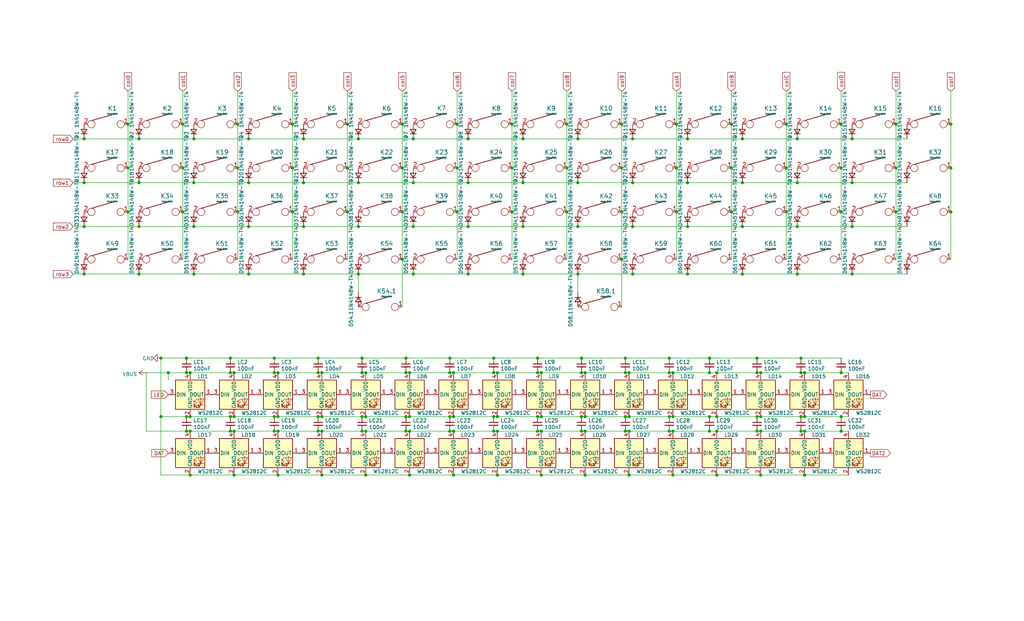
<source format=kicad_sch>
(kicad_sch (version 20211123) (generator eeschema)
  (paper "USLegal")
  (junction (at 124.46 95.25))
  (junction (at 215.9 90.17))
  (junction (at 186.69 144.78))
  (junction (at 120.65 73.66))
  (junction (at 143.51 78.74))
  (junction (at 196.85 73.66))
  (junction (at 143.51 95.25))
  (junction (at 158.75 43.18))
  (junction (at 156.21 129.54))
  (junction (at 200.66 78.74))
  (junction (at 248.92 165.1))
  (junction (at 29.21 78.74))
  (junction (at 186.69 129.54))
  (junction (at 292.1 73.66))
  (junction (at 44.45 73.66))
  (junction (at 276.86 48.26))
  (junction (at 125.73 124.46))
  (junction (at 181.61 95.25))
  (junction (at 80.01 124.46))
  (junction (at 219.71 78.74))
  (junction (at 279.4 149.86))
  (junction (at 218.44 165.1))
  (junction (at 177.8 43.18))
  (junction (at 273.05 43.18))
  (junction (at 200.66 48.26))
  (junction (at 233.68 149.86))
  (junction (at 292.1 144.78))
  (junction (at 264.16 149.86))
  (junction (at 66.04 129.54))
  (junction (at 201.93 144.78))
  (junction (at 105.41 63.5))
  (junction (at 273.05 58.42))
  (junction (at 217.17 149.86))
  (junction (at 48.26 78.74))
  (junction (at 157.48 129.54))
  (junction (at 101.6 58.42))
  (junction (at 55.88 144.78))
  (junction (at 264.16 129.54))
  (junction (at 156.21 124.46))
  (junction (at 105.41 95.25))
  (junction (at 187.96 144.78))
  (junction (at 139.7 43.18))
  (junction (at 311.15 58.42))
  (junction (at 29.21 95.25))
  (junction (at 279.4 129.54))
  (junction (at 81.28 129.54))
  (junction (at 232.41 144.78))
  (junction (at 278.13 144.78))
  (junction (at 295.91 63.5))
  (junction (at 292.1 43.18))
  (junction (at 48.26 95.25))
  (junction (at 262.89 149.86))
  (junction (at 234.95 73.66))
  (junction (at 181.61 78.74))
  (junction (at 162.56 78.74))
  (junction (at 254 58.42))
  (junction (at 187.96 149.86))
  (junction (at 200.66 63.5))
  (junction (at 86.36 95.25))
  (junction (at 196.85 43.18))
  (junction (at 203.2 149.86))
  (junction (at 140.97 144.78))
  (junction (at 276.86 63.5))
  (junction (at 55.88 124.46))
  (junction (at 262.89 129.54))
  (junction (at 218.44 149.86))
  (junction (at 200.66 95.25))
  (junction (at 246.38 129.54))
  (junction (at 201.93 129.54))
  (junction (at 157.48 144.78))
  (junction (at 233.68 144.78))
  (junction (at 140.97 129.54))
  (junction (at 215.9 58.42))
  (junction (at 67.31 48.26))
  (junction (at 48.26 48.26))
  (junction (at 246.38 144.78))
  (junction (at 120.65 58.42))
  (junction (at 82.55 58.42))
  (junction (at 257.81 63.5))
  (junction (at 187.96 165.1))
  (junction (at 238.76 78.74))
  (junction (at 219.71 48.26))
  (junction (at 232.41 129.54))
  (junction (at 278.13 129.54))
  (junction (at 63.5 58.42))
  (junction (at 201.93 149.86))
  (junction (at 172.72 129.54))
  (junction (at 232.41 149.86))
  (junction (at 172.72 149.86))
  (junction (at 156.21 149.86))
  (junction (at 218.44 129.54))
  (junction (at 171.45 149.86))
  (junction (at 203.2 129.54))
  (junction (at 58.42 129.54))
  (junction (at 248.92 144.78))
  (junction (at 64.77 144.78))
  (junction (at 64.77 129.54))
  (junction (at 140.97 149.86))
  (junction (at 203.2 165.1))
  (junction (at 111.76 165.1))
  (junction (at 162.56 63.5))
  (junction (at 278.13 124.46))
  (junction (at 48.26 63.5))
  (junction (at 158.75 58.42))
  (junction (at 278.13 149.86))
  (junction (at 292.1 58.42))
  (junction (at 171.45 124.46))
  (junction (at 295.91 95.25))
  (junction (at 264.16 165.1))
  (junction (at 279.4 144.78))
  (junction (at 142.24 165.1))
  (junction (at 248.92 129.54))
  (junction (at 254 73.66))
  (junction (at 96.52 149.86))
  (junction (at 311.15 43.18))
  (junction (at 217.17 129.54))
  (junction (at 29.21 63.5))
  (junction (at 95.25 124.46))
  (junction (at 80.01 129.54))
  (junction (at 44.45 58.42))
  (junction (at 63.5 73.66))
  (junction (at 105.41 78.74))
  (junction (at 125.73 149.86))
  (junction (at 186.69 149.86))
  (junction (at 217.17 124.46))
  (junction (at 66.04 144.78))
  (junction (at 177.8 73.66))
  (junction (at 142.24 144.78))
  (junction (at 171.45 129.54))
  (junction (at 86.36 48.26))
  (junction (at 143.51 63.5))
  (junction (at 86.36 63.5))
  (junction (at 254 43.18))
  (junction (at 96.52 129.54))
  (junction (at 233.68 165.1))
  (junction (at 215.9 43.18))
  (junction (at 66.04 165.1))
  (junction (at 292.1 149.86))
  (junction (at 86.36 78.74))
  (junction (at 273.05 73.66))
  (junction (at 196.85 58.42))
  (junction (at 96.52 165.1))
  (junction (at 234.95 43.18))
  (junction (at 127 144.78))
  (junction (at 264.16 144.78))
  (junction (at 95.25 144.78))
  (junction (at 140.97 124.46))
  (junction (at 125.73 129.54))
  (junction (at 63.5 43.18))
  (junction (at 110.49 124.46))
  (junction (at 139.7 58.42))
  (junction (at 217.17 144.78))
  (junction (at 101.6 73.66))
  (junction (at 201.93 124.46))
  (junction (at 143.51 48.26))
  (junction (at 156.21 144.78))
  (junction (at 172.72 144.78))
  (junction (at 67.31 63.5))
  (junction (at 162.56 95.25))
  (junction (at 295.91 78.74))
  (junction (at 203.2 144.78))
  (junction (at 246.38 149.86))
  (junction (at 257.81 78.74))
  (junction (at 64.77 149.86))
  (junction (at 248.92 149.86))
  (junction (at 162.56 48.26))
  (junction (at 158.75 73.66))
  (junction (at 110.49 144.78))
  (junction (at 238.76 63.5))
  (junction (at 262.89 144.78))
  (junction (at 82.55 73.66))
  (junction (at 101.6 43.18))
  (junction (at 262.89 124.46))
  (junction (at 80.01 144.78))
  (junction (at 181.61 48.26))
  (junction (at 125.73 144.78))
  (junction (at 172.72 165.1))
  (junction (at 139.7 90.17))
  (junction (at 311.15 73.66))
  (junction (at 124.46 78.74))
  (junction (at 120.65 43.18))
  (junction (at 219.71 63.5))
  (junction (at 215.9 73.66))
  (junction (at 177.8 58.42))
  (junction (at 187.96 129.54))
  (junction (at 171.45 144.78))
  (junction (at 127 165.1))
  (junction (at 66.04 149.86))
  (junction (at 330.2 43.18))
  (junction (at 81.28 149.86))
  (junction (at 257.81 95.25))
  (junction (at 64.77 124.46))
  (junction (at 181.61 63.5))
  (junction (at 246.38 124.46))
  (junction (at 67.31 78.74))
  (junction (at 110.49 129.54))
  (junction (at 124.46 48.26))
  (junction (at 139.7 73.66))
  (junction (at 292.1 129.54))
  (junction (at 238.76 95.25))
  (junction (at 29.21 48.26))
  (junction (at 276.86 95.25))
  (junction (at 234.95 58.42))
  (junction (at 232.41 124.46))
  (junction (at 257.81 48.26))
  (junction (at 295.91 48.26))
  (junction (at 81.28 144.78))
  (junction (at 111.76 144.78))
  (junction (at 330.2 58.42))
  (junction (at 157.48 149.86))
  (junction (at 233.68 129.54))
  (junction (at 95.25 129.54))
  (junction (at 81.28 165.1))
  (junction (at 96.52 144.78))
  (junction (at 276.86 78.74))
  (junction (at 279.4 165.1))
  (junction (at 142.24 129.54))
  (junction (at 44.45 43.18))
  (junction (at 218.44 144.78))
  (junction (at 186.69 124.46))
  (junction (at 238.76 48.26))
  (junction (at 95.25 149.86))
  (junction (at 110.49 149.86))
  (junction (at 111.76 149.86))
  (junction (at 142.24 149.86))
  (junction (at 105.41 48.26))
  (junction (at 67.31 95.25))
  (junction (at 219.71 95.25))
  (junction (at 124.46 63.5))
  (junction (at 82.55 43.18))
  (junction (at 111.76 129.54))
  (junction (at 80.01 149.86))
  (junction (at 127 129.54))
  (junction (at 127 149.86))
  (junction (at 330.2 73.66))
  (junction (at 157.48 165.1))
  (wire (pts (xy 292.1 73.66) (xy 292.1 90.17)))
  (wire (pts (xy 257.81 95.25) (xy 238.76 95.25)))
  (wire (pts (xy 264.16 165.1) (xy 279.4 165.1)))
  (wire (pts (xy 111.76 149.86) (xy 125.73 149.86)))
  (wire (pts (xy 157.48 165.1) (xy 172.72 165.1)))
  (wire (pts (xy 125.73 149.86) (xy 127 149.86)))
  (wire (pts (xy 44.45 73.66) (xy 44.45 90.17)))
  (wire (pts (xy 234.95 73.66) (xy 234.95 90.17)))
  (wire (pts (xy 219.71 78.74) (xy 238.76 78.74)))
  (wire (pts (xy 311.15 31.75) (xy 311.15 43.18)))
  (wire (pts (xy 80.01 124.46) (xy 95.25 124.46)))
  (wire (pts (xy 156.21 149.86) (xy 157.48 149.86)))
  (wire (pts (xy 279.4 129.54) (xy 292.1 129.54)))
  (wire (pts (xy 262.89 129.54) (xy 264.16 129.54)))
  (wire (pts (xy 95.25 124.46) (xy 110.49 124.46)))
  (wire (pts (xy 248.92 149.86) (xy 262.89 149.86)))
  (wire (pts (xy 156.21 129.54) (xy 157.48 129.54)))
  (wire (pts (xy 66.04 144.78) (xy 80.01 144.78)))
  (wire (pts (xy 139.7 58.42) (xy 139.7 73.66)))
  (wire (pts (xy 110.49 149.86) (xy 111.76 149.86)))
  (wire (pts (xy 273.05 58.42) (xy 273.05 43.18)))
  (wire (pts (xy 66.04 129.54) (xy 80.01 129.54)))
  (wire (pts (xy 254 73.66) (xy 254 90.17)))
  (wire (pts (xy 292.1 144.78) (xy 294.64 144.78)))
  (wire (pts (xy 125.73 124.46) (xy 140.97 124.46)))
  (wire (pts (xy 48.26 78.74) (xy 67.31 78.74)))
  (wire (pts (xy 139.7 90.17) (xy 139.7 106.68)))
  (wire (pts (xy 96.52 129.54) (xy 110.49 129.54)))
  (wire (pts (xy 157.48 144.78) (xy 171.45 144.78)))
  (wire (pts (xy 219.71 63.5) (xy 200.66 63.5)))
  (wire (pts (xy 171.45 129.54) (xy 172.72 129.54)))
  (wire (pts (xy 171.45 149.86) (xy 172.72 149.86)))
  (wire (pts (xy 101.6 43.18) (xy 101.6 31.75)))
  (wire (pts (xy 233.68 129.54) (xy 246.38 129.54)))
  (wire (pts (xy 200.66 95.25) (xy 200.66 101.6)))
  (wire (pts (xy 262.89 149.86) (xy 264.16 149.86)))
  (wire (pts (xy 181.61 78.74) (xy 200.66 78.74)))
  (wire (pts (xy 124.46 95.25) (xy 124.46 101.6)))
  (wire (pts (xy 218.44 144.78) (xy 232.41 144.78)))
  (wire (pts (xy 124.46 63.5) (xy 105.41 63.5)))
  (wire (pts (xy 50.8 129.54) (xy 50.8 149.86)))
  (wire (pts (xy 101.6 43.18) (xy 101.6 58.42)))
  (wire (pts (xy 246.38 124.46) (xy 262.89 124.46)))
  (wire (pts (xy 63.5 58.42) (xy 63.5 73.66)))
  (wire (pts (xy 171.45 144.78) (xy 172.72 144.78)))
  (wire (pts (xy 177.8 58.42) (xy 177.8 73.66)))
  (wire (pts (xy 127 149.86) (xy 140.97 149.86)))
  (wire (pts (xy 127 129.54) (xy 140.97 129.54)))
  (wire (pts (xy 124.46 78.74) (xy 143.51 78.74)))
  (wire (pts (xy 276.86 63.5) (xy 257.81 63.5)))
  (wire (pts (xy 187.96 129.54) (xy 201.93 129.54)))
  (wire (pts (xy 48.26 95.25) (xy 29.21 95.25)))
  (wire (pts (xy 55.88 165.1) (xy 66.04 165.1)))
  (wire (pts (xy 264.16 129.54) (xy 278.13 129.54)))
  (wire (pts (xy 80.01 149.86) (xy 81.28 149.86)))
  (wire (pts (xy 238.76 48.26) (xy 257.81 48.26)))
  (wire (pts (xy 81.28 165.1) (xy 96.52 165.1)))
  (wire (pts (xy 177.8 43.18) (xy 177.8 31.75)))
  (wire (pts (xy 273.05 90.17) (xy 273.05 73.66)))
  (wire (pts (xy 203.2 149.86) (xy 217.17 149.86)))
  (wire (pts (xy 120.65 31.75) (xy 120.65 43.18)))
  (wire (pts (xy 262.89 144.78) (xy 264.16 144.78)))
  (wire (pts (xy 217.17 129.54) (xy 218.44 129.54)))
  (wire (pts (xy 105.41 63.5) (xy 86.36 63.5)))
  (wire (pts (xy 215.9 73.66) (xy 215.9 90.17)))
  (wire (pts (xy 292.1 149.86) (xy 294.64 149.86)))
  (wire (pts (xy 101.6 73.66) (xy 101.6 90.17)))
  (wire (pts (xy 48.26 63.5) (xy 29.21 63.5)))
  (wire (pts (xy 172.72 165.1) (xy 187.96 165.1)))
  (wire (pts (xy 48.26 48.26) (xy 67.31 48.26)))
  (wire (pts (xy 140.97 144.78) (xy 142.24 144.78)))
  (wire (pts (xy 58.42 129.54) (xy 64.77 129.54)))
  (wire (pts (xy 218.44 149.86) (xy 232.41 149.86)))
  (wire (pts (xy 86.36 48.26) (xy 105.41 48.26)))
  (wire (pts (xy 186.69 149.86) (xy 187.96 149.86)))
  (wire (pts (xy 140.97 124.46) (xy 156.21 124.46)))
  (wire (pts (xy 96.52 165.1) (xy 111.76 165.1)))
  (wire (pts (xy 50.8 149.86) (xy 64.77 149.86)))
  (wire (pts (xy 314.96 63.5) (xy 295.91 63.5)))
  (wire (pts (xy 64.77 149.86) (xy 66.04 149.86)))
  (wire (pts (xy 246.38 149.86) (xy 248.92 149.86)))
  (wire (pts (xy 254 58.42) (xy 254 73.66)))
  (wire (pts (xy 67.31 95.25) (xy 48.26 95.25)))
  (wire (pts (xy 203.2 129.54) (xy 217.17 129.54)))
  (wire (pts (xy 201.93 144.78) (xy 203.2 144.78)))
  (wire (pts (xy 162.56 95.25) (xy 143.51 95.25)))
  (wire (pts (xy 81.28 149.86) (xy 95.25 149.86)))
  (wire (pts (xy 120.65 43.18) (xy 120.65 58.42)))
  (wire (pts (xy 80.01 129.54) (xy 81.28 129.54)))
  (wire (pts (xy 67.31 48.26) (xy 86.36 48.26)))
  (wire (pts (xy 142.24 165.1) (xy 157.48 165.1)))
  (wire (pts (xy 181.61 48.26) (xy 200.66 48.26)))
  (wire (pts (xy 295.91 63.5) (xy 276.86 63.5)))
  (wire (pts (xy 63.5 73.66) (xy 63.5 90.17)))
  (wire (pts (xy 292.1 58.42) (xy 292.1 73.66)))
  (wire (pts (xy 217.17 149.86) (xy 218.44 149.86)))
  (wire (pts (xy 232.41 144.78) (xy 233.68 144.78)))
  (wire (pts (xy 295.91 95.25) (xy 276.86 95.25)))
  (wire (pts (xy 162.56 63.5) (xy 143.51 63.5)))
  (wire (pts (xy 196.85 31.75) (xy 196.85 43.18)))
  (wire (pts (xy 95.25 144.78) (xy 96.52 144.78)))
  (wire (pts (xy 86.36 95.25) (xy 67.31 95.25)))
  (wire (pts (xy 29.21 78.74) (xy 48.26 78.74)))
  (wire (pts (xy 200.66 95.25) (xy 181.61 95.25)))
  (wire (pts (xy 110.49 144.78) (xy 111.76 144.78)))
  (wire (pts (xy 314.96 95.25) (xy 295.91 95.25)))
  (wire (pts (xy 177.8 73.66) (xy 177.8 90.17)))
  (wire (pts (xy 81.28 129.54) (xy 95.25 129.54)))
  (wire (pts (xy 186.69 129.54) (xy 187.96 129.54)))
  (wire (pts (xy 162.56 48.26) (xy 181.61 48.26)))
  (wire (pts (xy 330.2 73.66) (xy 330.2 90.17)))
  (wire (pts (xy 200.66 78.74) (xy 219.71 78.74)))
  (wire (pts (xy 64.77 129.54) (xy 66.04 129.54)))
  (wire (pts (xy 279.4 144.78) (xy 292.1 144.78)))
  (wire (pts (xy 143.51 95.25) (xy 124.46 95.25)))
  (wire (pts (xy 120.65 73.66) (xy 120.65 90.17)))
  (wire (pts (xy 55.88 124.46) (xy 55.88 144.78)))
  (wire (pts (xy 246.38 129.54) (xy 248.92 129.54)))
  (wire (pts (xy 248.92 144.78) (xy 262.89 144.78)))
  (wire (pts (xy 25.4 63.5) (xy 29.21 63.5)))
  (wire (pts (xy 276.86 95.25) (xy 257.81 95.25)))
  (wire (pts (xy 50.8 129.54) (xy 58.42 129.54)))
  (wire (pts (xy 157.48 149.86) (xy 171.45 149.86)))
  (wire (pts (xy 232.41 124.46) (xy 246.38 124.46)))
  (wire (pts (xy 55.88 144.78) (xy 55.88 165.1)))
  (wire (pts (xy 217.17 124.46) (xy 232.41 124.46)))
  (wire (pts (xy 111.76 165.1) (xy 127 165.1)))
  (wire (pts (xy 111.76 129.54) (xy 125.73 129.54)))
  (wire (pts (xy 127 144.78) (xy 140.97 144.78)))
  (wire (pts (xy 110.49 129.54) (xy 111.76 129.54)))
  (wire (pts (xy 295.91 78.74) (xy 314.96 78.74)))
  (wire (pts (xy 142.24 144.78) (xy 156.21 144.78)))
  (wire (pts (xy 187.96 149.86) (xy 201.93 149.86)))
  (wire (pts (xy 25.4 48.26) (xy 29.21 48.26)))
  (wire (pts (xy 279.4 149.86) (xy 278.13 149.86)))
  (wire (pts (xy 157.48 129.54) (xy 171.45 129.54)))
  (wire (pts (xy 63.5 43.18) (xy 63.5 58.42)))
  (wire (pts (xy 279.4 165.1) (xy 294.64 165.1)))
  (wire (pts (xy 111.76 144.78) (xy 125.73 144.78)))
  (wire (pts (xy 58.42 132.08) (xy 58.42 129.54)))
  (wire (pts (xy 257.81 63.5) (xy 238.76 63.5)))
  (wire (pts (xy 66.04 149.86) (xy 80.01 149.86)))
  (wire (pts (xy 215.9 90.17) (xy 215.9 106.68)))
  (wire (pts (xy 55.88 124.46) (xy 64.77 124.46)))
  (wire (pts (xy 201.93 149.86) (xy 203.2 149.86)))
  (wire (pts (xy 125.73 144.78) (xy 127 144.78)))
  (wire (pts (xy 29.21 48.26) (xy 48.26 48.26)))
  (wire (pts (xy 110.49 124.46) (xy 125.73 124.46)))
  (wire (pts (xy 233.68 144.78) (xy 246.38 144.78)))
  (wire (pts (xy 278.13 144.78) (xy 279.4 144.78)))
  (wire (pts (xy 124.46 48.26) (xy 143.51 48.26)))
  (wire (pts (xy 248.92 165.1) (xy 264.16 165.1)))
  (wire (pts (xy 187.96 144.78) (xy 201.93 144.78)))
  (wire (pts (xy 292.1 43.18) (xy 292.1 58.42)))
  (wire (pts (xy 177.8 43.18) (xy 177.8 58.42)))
  (wire (pts (xy 295.91 48.26) (xy 314.96 48.26)))
  (wire (pts (xy 55.88 144.78) (xy 64.77 144.78)))
  (wire (pts (xy 142.24 129.54) (xy 156.21 129.54)))
  (wire (pts (xy 238.76 78.74) (xy 257.81 78.74)))
  (wire (pts (xy 186.69 124.46) (xy 201.93 124.46)))
  (wire (pts (xy 124.46 95.25) (xy 105.41 95.25)))
  (wire (pts (xy 156.21 124.46) (xy 171.45 124.46)))
  (wire (pts (xy 95.25 129.54) (xy 96.52 129.54)))
  (wire (pts (xy 158.75 43.18) (xy 158.75 58.42)))
  (wire (pts (xy 233.68 165.1) (xy 248.92 165.1)))
  (wire (pts (xy 80.01 144.78) (xy 81.28 144.78)))
  (wire (pts (xy 158.75 58.42) (xy 158.75 73.66)))
  (wire (pts (xy 67.31 78.74) (xy 86.36 78.74)))
  (wire (pts (xy 139.7 73.66) (xy 139.7 90.17)))
  (wire (pts (xy 127 165.1) (xy 142.24 165.1)))
  (wire (pts (xy 311.15 43.18) (xy 311.15 58.42)))
  (wire (pts (xy 234.95 58.42) (xy 234.95 73.66)))
  (wire (pts (xy 82.55 58.42) (xy 82.55 73.66)))
  (wire (pts (xy 278.13 124.46) (xy 292.1 124.46)))
  (wire (pts (xy 200.66 48.26) (xy 219.71 48.26)))
  (wire (pts (xy 64.77 124.46) (xy 80.01 124.46)))
  (wire (pts (xy 215.9 43.18) (xy 215.9 58.42)))
  (wire (pts (xy 219.71 95.25) (xy 200.66 95.25)))
  (wire (pts (xy 279.4 149.86) (xy 292.1 149.86)))
  (wire (pts (xy 203.2 165.1) (xy 218.44 165.1)))
  (wire (pts (xy 140.97 129.54) (xy 142.24 129.54)))
  (wire (pts (xy 86.36 78.74) (xy 105.41 78.74)))
  (wire (pts (xy 66.04 165.1) (xy 81.28 165.1)))
  (wire (pts (xy 63.5 31.75) (xy 63.5 43.18)))
  (wire (pts (xy 25.4 95.25) (xy 29.21 95.25)))
  (wire (pts (xy 233.68 149.86) (xy 232.41 149.86)))
  (wire (pts (xy 44.45 58.42) (xy 44.45 73.66)))
  (wire (pts (xy 330.2 43.18) (xy 330.2 31.75)))
  (wire (pts (xy 233.68 149.86) (xy 246.38 149.86)))
  (wire (pts (xy 86.36 63.5) (xy 67.31 63.5)))
  (wire (pts (xy 162.56 78.74) (xy 181.61 78.74)))
  (wire (pts (xy 172.72 129.54) (xy 186.69 129.54)))
  (wire (pts (xy 233.68 129.54) (xy 232.41 129.54)))
  (wire (pts (xy 264.16 144.78) (xy 278.13 144.78)))
  (wire (pts (xy 273.05 31.75) (xy 273.05 43.18)))
  (wire (pts (xy 105.41 48.26) (xy 124.46 48.26)))
  (wire (pts (xy 171.45 124.46) (xy 186.69 124.46)))
  (wire (pts (xy 292.1 129.54) (xy 294.64 129.54)))
  (wire (pts (xy 218.44 129.54) (xy 232.41 129.54)))
  (wire (pts (xy 101.6 58.42) (xy 101.6 73.66)))
  (wire (pts (xy 279.4 129.54) (xy 278.13 129.54)))
  (wire (pts (xy 158.75 73.66) (xy 158.75 90.17)))
  (wire (pts (xy 139.7 43.18) (xy 139.7 31.75)))
  (wire (pts (xy 95.25 149.86) (xy 96.52 149.86)))
  (wire (pts (xy 44.45 43.18) (xy 44.45 31.75)))
  (wire (pts (xy 44.45 43.18) (xy 44.45 58.42)))
  (wire (pts (xy 64.77 144.78) (xy 66.04 144.78)))
  (wire (pts (xy 311.15 73.66) (xy 311.15 90.17)))
  (wire (pts (xy 81.28 144.78) (xy 95.25 144.78)))
  (wire (pts (xy 254 43.18) (xy 254 31.75)))
  (wire (pts (xy 187.96 165.1) (xy 203.2 165.1)))
  (wire (pts (xy 96.52 149.86) (xy 110.49 149.86)))
  (wire (pts (xy 200.66 63.5) (xy 181.61 63.5)))
  (wire (pts (xy 330.2 58.42) (xy 330.2 73.66)))
  (wire (pts (xy 172.72 149.86) (xy 186.69 149.86)))
  (wire (pts (xy 203.2 144.78) (xy 217.17 144.78)))
  (wire (pts (xy 217.17 144.78) (xy 218.44 144.78)))
  (wire (pts (xy 143.51 63.5) (xy 124.46 63.5)))
  (wire (pts (xy 125.73 129.54) (xy 127 129.54)))
  (wire (pts (xy 311.15 58.42) (xy 311.15 73.66)))
  (wire (pts (xy 143.51 48.26) (xy 162.56 48.26)))
  (wire (pts (xy 262.89 124.46) (xy 278.13 124.46)))
  (wire (pts (xy 276.86 48.26) (xy 295.91 48.26)))
  (wire (pts (xy 25.4 78.74) (xy 29.21 78.74)))
  (wire (pts (xy 219.71 48.26) (xy 238.76 48.26)))
  (wire (pts (xy 96.52 144.78) (xy 110.49 144.78)))
  (wire (pts (xy 82.55 31.75) (xy 82.55 43.18)))
  (wire (pts (xy 82.55 73.66) (xy 82.55 90.17)))
  (wire (pts (xy 330.2 43.18) (xy 330.2 58.42)))
  (wire (pts (xy 215.9 58.42) (xy 215.9 73.66)))
  (wire (pts (xy 158.75 31.75) (xy 158.75 43.18)))
  (wire (pts (xy 218.44 165.1) (xy 233.68 165.1)))
  (wire (pts (xy 143.51 78.74) (xy 162.56 78.74)))
  (wire (pts (xy 181.61 95.25) (xy 162.56 95.25)))
  (wire (pts (xy 82.55 43.18) (xy 82.55 58.42)))
  (wire (pts (xy 215.9 43.18) (xy 215.9 31.75)))
  (wire (pts (xy 67.31 63.5) (xy 48.26 63.5)))
  (wire (pts (xy 292.1 43.18) (xy 292.1 31.75)))
  (wire (pts (xy 140.97 149.86) (xy 142.24 149.86)))
  (wire (pts (xy 276.86 78.74) (xy 295.91 78.74)))
  (wire (pts (xy 264.16 149.86) (xy 278.13 149.86)))
  (wire (pts (xy 181.61 63.5) (xy 162.56 63.5)))
  (wire (pts (xy 234.95 31.75) (xy 234.95 43.18)))
  (wire (pts (xy 248.92 129.54) (xy 262.89 129.54)))
  (wire (pts (xy 196.85 58.42) (xy 196.85 73.66)))
  (wire (pts (xy 238.76 63.5) (xy 219.71 63.5)))
  (wire (pts (xy 156.21 144.78) (xy 157.48 144.78)))
  (wire (pts (xy 186.69 144.78) (xy 187.96 144.78)))
  (wire (pts (xy 234.95 43.18) (xy 234.95 58.42)))
  (wire (pts (xy 139.7 43.18) (xy 139.7 58.42)))
  (wire (pts (xy 238.76 95.25) (xy 219.71 95.25)))
  (wire (pts (xy 105.41 95.25) (xy 86.36 95.25)))
  (wire (pts (xy 196.85 43.18) (xy 196.85 58.42)))
  (wire (pts (xy 257.81 78.74) (xy 276.86 78.74)))
  (wire (pts (xy 172.72 144.78) (xy 186.69 144.78)))
  (wire (pts (xy 142.24 149.86) (xy 156.21 149.86)))
  (wire (pts (xy 246.38 144.78) (xy 248.92 144.78)))
  (wire (pts (xy 201.93 129.54) (xy 203.2 129.54)))
  (wire (pts (xy 120.65 58.42) (xy 120.65 73.66)))
  (wire (pts (xy 257.81 48.26) (xy 276.86 48.26)))
  (wire (pts (xy 254 43.18) (xy 254 58.42)))
  (wire (pts (xy 273.05 73.66) (xy 273.05 58.42)))
  (wire (pts (xy 201.93 124.46) (xy 217.17 124.46)))
  (wire (pts (xy 105.41 78.74) (xy 124.46 78.74)))
  (wire (pts (xy 196.85 73.66) (xy 196.85 90.17)))
  (global_label "colF" (shape input) (at 330.2 31.75 90) (property "Intersheet References" "${INTERSHEET_REFS}" (effects hide)))
  (global_label "colC" (shape input) (at 273.05 31.75 90) (property "Intersheet References" "${INTERSHEET_REFS}" (effects hide)))
  (global_label "colA" (shape input) (at 234.95 31.75 90) (property "Intersheet References" "${INTERSHEET_REFS}" (effects hide)))
  (global_label "colE" (shape input) (at 311.15 31.75 90) (property "Intersheet References" "${INTERSHEET_REFS}" (effects hide)))
  (global_label "col4" (shape input) (at 120.65 31.75 90) (property "Intersheet References" "${INTERSHEET_REFS}" (effects hide)))
  (global_label "DAT2" (shape output) (at 302.26 157.48 0) (property "Intersheet References" "${INTERSHEET_REFS}" (effects hide)))
  (global_label "row1" (shape input) (at 25.4 63.5 180) (property "Intersheet References" "${INTERSHEET_REFS}" (effects hide)))
  (global_label "DAT" (shape output) (at 302.26 137.16 0) (property "Intersheet References" "${INTERSHEET_REFS}" (effects hide)))
  (global_label "colB" (shape input) (at 254 31.75 90) (property "Intersheet References" "${INTERSHEET_REFS}" (effects hide)))
  (global_label "row3" (shape input) (at 25.4 95.25 180) (property "Intersheet References" "${INTERSHEET_REFS}" (effects hide)))
  (global_label "DAT" (shape input) (at 58.42 157.48 180) (property "Intersheet References" "${INTERSHEET_REFS}" (effects hide)))
  (global_label "col1" (shape input) (at 63.5 31.75 90) (property "Intersheet References" "${INTERSHEET_REFS}" (effects hide)))
  (global_label "row2" (shape input) (at 25.4 78.74 180) (property "Intersheet References" "${INTERSHEET_REFS}" (effects hide)))
  (global_label "col2" (shape input) (at 82.55 31.75 90) (property "Intersheet References" "${INTERSHEET_REFS}" (effects hide)))
  (global_label "col7" (shape input) (at 177.8 31.75 90) (property "Intersheet References" "${INTERSHEET_REFS}" (effects hide)))
  (global_label "LED" (shape input) (at 58.42 137.16 180) (property "Intersheet References" "${INTERSHEET_REFS}" (effects hide)))
  (global_label "col8" (shape input) (at 196.85 31.75 90) (property "Intersheet References" "${INTERSHEET_REFS}" (effects hide)))
  (global_label "col9" (shape input) (at 215.9 31.75 90) (property "Intersheet References" "${INTERSHEET_REFS}" (effects hide)))
  (global_label "col3" (shape input) (at 101.6 31.75 90) (property "Intersheet References" "${INTERSHEET_REFS}" (effects hide)))
  (global_label "col5" (shape input) (at 139.7 31.75 90) (property "Intersheet References" "${INTERSHEET_REFS}" (effects hide)))
  (global_label "row0" (shape input) (at 25.4 48.26 180) (property "Intersheet References" "${INTERSHEET_REFS}" (effects hide)))
  (global_label "col0" (shape input) (at 44.45 31.75 90) (property "Intersheet References" "${INTERSHEET_REFS}" (effects hide)))
  (global_label "colD" (shape input) (at 292.1 31.75 90) (property "Intersheet References" "${INTERSHEET_REFS}" (effects hide)))
  (global_label "col6" (shape input) (at 158.75 31.75 90) (property "Intersheet References" "${INTERSHEET_REFS}" (effects hide)))
  (symbol (lib_id "HL-Mk3-rescue:WS2812C-EDI-Audio-HL-Mk2-rescue") (at 248.92 157.48 0) (unit 1)
    (property "Reference" "LD29" (at 251.46 151.13 0) (effects (justify left)))
    (property "Value" "WS2812C" (at 251.46 163.83 0) (effects (justify left)))
    (property "Footprint" "EDI:LED_WS2812C_PLCC4_5.0x5.0mm_P3.2mm" (effects hide))
    (property "Datasheet" "https://cdn-shop.adafruit.com/datasheets/WS2812B.pdf" (effects hide))
    (property "LCSC" "C965556" (effects hide))
  )
  (symbol (lib_id "Device:C_Small") (at 140.97 147.32 0) (unit 1)
    (property "Reference" "LC22" (at 143.3068 146.1516 0) (effects (justify left)))
    (property "Value" "100nF" (at 143.3068 148.463 0) (effects (justify left)))
    (property "Footprint" "EDI:Passive_0402_1005Metric" (effects hide))
    (property "LCSC" "C307331" (effects hide))
  )
  (symbol (lib_id "Device:D_Small") (at 238.76 92.71 270) (mirror x) (unit 1)
    (property "Reference" "D60" (at 236.22 95.25 0) (effects (justify left)))
    (property "Value" "1N4148W-T4" (at 236.22 91.44 0) (effects (justify left)))
    (property "Footprint" "EDI:D_SOD-523" (effects hide))
    (property "LCSC" "C68948" (effects hide))
  )
  (symbol (lib_id "Device:C_Small") (at 246.38 147.32 0) (unit 1)
    (property "Reference" "LC29" (at 248.7168 146.1516 0) (effects (justify left)))
    (property "Value" "100nF" (at 248.7168 148.463 0) (effects (justify left)))
    (property "Footprint" "EDI:Passive_0402_1005Metric" (effects hide))
    (property "LCSC" "C307331" (effects hide))
  )
  (symbol (lib_id "HL-Mk2-rescue:KEYSW-keyboard_parts") (at 303.53 43.18 0) (unit 1)
    (property "Reference" "K15" (at 305.7144 37.6682 0) (effects (font (size 1.524 1.524))))
    (property "Value" "Keyswitch" (at 305.7144 39.5478 0) (effects (font (size 0.508 0.508))))
    (property "Footprint" "EDI:MX-Choc" (effects hide))
  )
  (symbol (lib_id "HL-Mk2-rescue:KEYSW-keyboard_parts") (at 93.98 58.42 0) (unit 1)
    (property "Reference" "K20" (at 96.1644 52.9082 0) (effects (font (size 1.524 1.524))))
    (property "Value" "Keyswitch" (at 96.1644 54.7878 0) (effects (font (size 0.508 0.508))))
    (property "Footprint" "EDI:MX-Choc" (effects hide))
  )
  (symbol (lib_id "Device:D_Small") (at 29.21 60.96 270) (mirror x) (unit 1)
    (property "Reference" "D17" (at 26.67 63.5 0) (effects (justify left)))
    (property "Value" "1N4148W-T4" (at 26.67 59.69 0) (effects (justify left)))
    (property "Footprint" "EDI:D_SOD-523" (effects hide))
    (property "LCSC" "C68948" (effects hide))
  )
  (symbol (lib_id "Device:D_Small") (at 143.51 60.96 270) (mirror x) (unit 1)
    (property "Reference" "D23" (at 140.97 63.5 0) (effects (justify left)))
    (property "Value" "1N4148W-T4" (at 140.97 59.69 0) (effects (justify left)))
    (property "Footprint" "EDI:D_SOD-523" (effects hide))
    (property "LCSC" "C68948" (effects hide))
  )
  (symbol (lib_id "HL-Mk2-rescue:KEYSW-keyboard_parts") (at 74.93 73.66 0) (unit 1)
    (property "Reference" "K35" (at 77.1144 68.1482 0) (effects (font (size 1.524 1.524))))
    (property "Value" "Keyswitch" (at 77.1144 70.0278 0) (effects (font (size 0.508 0.508))))
    (property "Footprint" "EDI:MX-Choc" (effects hide))
  )
  (symbol (lib_id "HL-Mk3-rescue:WS2812C-EDI-Audio-HL-Mk2-rescue") (at 203.2 137.16 0) (unit 1)
    (property "Reference" "LD10" (at 205.74 130.81 0) (effects (justify left)))
    (property "Value" "WS2812C" (at 205.74 143.51 0) (effects (justify left)))
    (property "Footprint" "EDI:LED_WS2812C_PLCC4_5.0x5.0mm_P3.2mm" (effects hide))
    (property "Datasheet" "https://cdn-shop.adafruit.com/datasheets/WS2812B.pdf" (effects hide))
    (property "LCSC" "C965556" (effects hide))
  )
  (symbol (lib_id "Device:D_Small") (at 238.76 45.72 270) (mirror x) (unit 1)
    (property "Reference" "D12" (at 236.22 48.26 0) (effects (justify left)))
    (property "Value" "1N4148W-T4" (at 236.22 44.45 0) (effects (justify left)))
    (property "Footprint" "EDI:D_SOD-523" (effects hide))
    (property "LCSC" "C68948" (effects hide))
  )
  (symbol (lib_id "HL-Mk3-rescue:WS2812C-EDI-Audio-HL-Mk2-rescue") (at 111.76 157.48 0) (unit 1)
    (property "Reference" "LD20" (at 114.3 151.13 0) (effects (justify left)))
    (property "Value" "WS2812C" (at 114.3 163.83 0) (effects (justify left)))
    (property "Footprint" "EDI:LED_WS2812C_PLCC4_5.0x5.0mm_P3.2mm" (effects hide))
    (property "Datasheet" "https://cdn-shop.adafruit.com/datasheets/WS2812B.pdf" (effects hide))
    (property "LCSC" "C965556" (effects hide))
  )
  (symbol (lib_id "HL-Mk3-rescue:WS2812C-EDI-Audio-HL-Mk2-rescue") (at 157.48 157.48 0) (unit 1)
    (property "Reference" "LD23" (at 160.02 151.13 0) (effects (justify left)))
    (property "Value" "WS2812C" (at 160.02 163.83 0) (effects (justify left)))
    (property "Footprint" "EDI:LED_WS2812C_PLCC4_5.0x5.0mm_P3.2mm" (effects hide))
    (property "Datasheet" "https://cdn-shop.adafruit.com/datasheets/WS2812B.pdf" (effects hide))
    (property "LCSC" "C965556" (effects hide))
  )
  (symbol (lib_id "Device:D_Small") (at 86.36 45.72 270) (mirror x) (unit 1)
    (property "Reference" "D4" (at 83.82 48.26 0) (effects (justify left)))
    (property "Value" "1N4148W-T4" (at 83.82 44.45 0) (effects (justify left)))
    (property "Footprint" "EDI:D_SOD-523" (effects hide))
    (property "LCSC" "C68948" (effects hide))
  )
  (symbol (lib_id "HL-Mk2-rescue:KEYSW-keyboard_parts") (at 284.48 73.66 0) (unit 1)
    (property "Reference" "K46" (at 286.6644 68.1482 0) (effects (font (size 1.524 1.524))))
    (property "Value" "Keyswitch" (at 286.6644 70.0278 0) (effects (font (size 0.508 0.508))))
    (property "Footprint" "EDI:MX-Choc" (effects hide))
  )
  (symbol (lib_id "HL-Mk3-rescue:WS2812C-EDI-Audio-HL-Mk2-rescue") (at 294.64 157.48 0) (unit 1)
    (property "Reference" "LD32" (at 297.18 151.13 0) (effects (justify left)))
    (property "Value" "WS2812C" (at 297.18 163.83 0) (effects (justify left)))
    (property "Footprint" "EDI:LED_WS2812C_PLCC4_5.0x5.0mm_P3.2mm" (effects hide))
    (property "Datasheet" "https://cdn-shop.adafruit.com/datasheets/WS2812B.pdf" (effects hide))
    (property "LCSC" "C965556" (effects hide))
  )
  (symbol (lib_id "Device:D_Small") (at 314.96 76.2 270) (mirror x) (unit 1)
    (property "Reference" "D48" (at 312.42 78.74 0) (effects (justify left)))
    (property "Value" "1N4148W-T4" (at 312.42 74.93 0) (effects (justify left)))
    (property "Footprint" "EDI:D_SOD-523" (effects hide))
    (property "LCSC" "C68948" (effects hide))
  )
  (symbol (lib_id "power:GND") (at 55.88 124.46 270) (unit 1)
    (property "Reference" "#PWR01" (effects hide))
    (property "Value" "GND" (at 51.4858 124.587 90))
  )
  (symbol (lib_id "HL-Mk2-rescue:KEYSW-keyboard_parts") (at 189.23 43.18 0) (unit 1)
    (property "Reference" "K9" (at 191.4144 37.6682 0) (effects (font (size 1.524 1.524))))
    (property "Value" "Keyswitch" (at 191.4144 39.5478 0) (effects (font (size 0.508 0.508))))
    (property "Footprint" "EDI:MX-Choc" (effects hide))
  )
  (symbol (lib_id "Device:D_Small") (at 314.96 60.96 270) (mirror x) (unit 1)
    (property "Reference" "D32" (at 312.42 63.5 0) (effects (justify left)))
    (property "Value" "1N4148W-T4" (at 312.42 59.69 0) (effects (justify left)))
    (property "Footprint" "EDI:D_SOD-523" (effects hide))
    (property "LCSC" "C68948" (effects hide))
  )
  (symbol (lib_id "Device:D_Small") (at 29.21 76.2 270) (mirror x) (unit 1)
    (property "Reference" "D33" (at 26.67 78.74 0) (effects (justify left)))
    (property "Value" "1N4148W-T4" (at 26.67 74.93 0) (effects (justify left)))
    (property "Footprint" "EDI:D_SOD-523" (effects hide))
    (property "LCSC" "C68948" (effects hide))
  )
  (symbol (lib_id "Device:C_Small") (at 80.01 127 0) (unit 1)
    (property "Reference" "LC2" (at 82.3468 125.8316 0) (effects (justify left)))
    (property "Value" "100nF" (at 82.3468 128.143 0) (effects (justify left)))
    (property "Footprint" "EDI:Passive_0402_1005Metric" (effects hide))
    (property "LCSC" "C307331" (effects hide))
  )
  (symbol (lib_id "Device:C_Small") (at 186.69 127 0) (unit 1)
    (property "Reference" "LC9" (at 189.0268 125.8316 0) (effects (justify left)))
    (property "Value" "100nF" (at 189.0268 128.143 0) (effects (justify left)))
    (property "Footprint" "EDI:Passive_0402_1005Metric" (effects hide))
    (property "LCSC" "C307331" (effects hide))
  )
  (symbol (lib_id "Device:D_Small") (at 29.21 45.72 270) (mirror x) (unit 1)
    (property "Reference" "D1" (at 26.67 48.26 0) (effects (justify left)))
    (property "Value" "1N4148W-T4" (at 26.67 44.45 0) (effects (justify left)))
    (property "Footprint" "EDI:D_SOD-523" (effects hide))
    (property "LCSC" "C68948" (effects hide))
  )
  (symbol (lib_id "Device:D_Small") (at 181.61 92.71 270) (mirror x) (unit 1)
    (property "Reference" "D57" (at 179.07 95.25 0) (effects (justify left)))
    (property "Value" "1N4148W-T4" (at 179.07 91.44 0) (effects (justify left)))
    (property "Footprint" "EDI:D_SOD-523" (effects hide))
    (property "LCSC" "C68948" (effects hide))
  )
  (symbol (lib_id "Device:D_Small") (at 67.31 76.2 270) (mirror x) (unit 1)
    (property "Reference" "D35" (at 64.77 78.74 0) (effects (justify left)))
    (property "Value" "1N4148W-T4" (at 64.77 74.93 0) (effects (justify left)))
    (property "Footprint" "EDI:D_SOD-523" (effects hide))
    (property "LCSC" "C68948" (effects hide))
  )
  (symbol (lib_id "HL-Mk2-rescue:KEYSW-keyboard_parts") (at 74.93 58.42 0) (unit 1)
    (property "Reference" "K19" (at 77.1144 52.9082 0) (effects (font (size 1.524 1.524))))
    (property "Value" "Keyswitch" (at 77.1144 54.7878 0) (effects (font (size 0.508 0.508))))
    (property "Footprint" "EDI:MX-Choc" (effects hide))
  )
  (symbol (lib_id "HL-Mk2-rescue:KEYSW-keyboard_parts") (at 246.38 58.42 0) (unit 1)
    (property "Reference" "K28" (at 248.5644 52.9082 0) (effects (font (size 1.524 1.524))))
    (property "Value" "Keyswitch" (at 248.5644 54.7878 0) (effects (font (size 0.508 0.508))))
    (property "Footprint" "EDI:MX-Choc" (effects hide))
  )
  (symbol (lib_id "HL-Mk2-rescue:KEYSW-keyboard_parts") (at 322.58 58.42 0) (unit 1)
    (property "Reference" "K32" (at 324.7644 52.9082 0) (effects (font (size 1.524 1.524))))
    (property "Value" "Keyswitch" (at 324.7644 54.7878 0) (effects (font (size 0.508 0.508))))
    (property "Footprint" "EDI:MX-Choc" (effects hide))
  )
  (symbol (lib_id "HL-Mk3-rescue:WS2812C-EDI-Audio-HL-Mk2-rescue") (at 233.68 137.16 0) (unit 1)
    (property "Reference" "LD12" (at 236.22 130.81 0) (effects (justify left)))
    (property "Value" "WS2812C" (at 236.22 143.51 0) (effects (justify left)))
    (property "Footprint" "EDI:LED_WS2812C_PLCC4_5.0x5.0mm_P3.2mm" (effects hide))
    (property "Datasheet" "https://cdn-shop.adafruit.com/datasheets/WS2812B.pdf" (effects hide))
    (property "LCSC" "C965556" (effects hide))
  )
  (symbol (lib_id "Device:C_Small") (at 217.17 147.32 0) (unit 1)
    (property "Reference" "LC27" (at 219.5068 146.1516 0) (effects (justify left)))
    (property "Value" "100nF" (at 219.5068 148.463 0) (effects (justify left)))
    (property "Footprint" "EDI:Passive_0402_1005Metric" (effects hide))
    (property "LCSC" "C307331" (effects hide))
  )
  (symbol (lib_id "Device:D_Small") (at 124.46 60.96 270) (mirror x) (unit 1)
    (property "Reference" "D22" (at 121.92 63.5 0) (effects (justify left)))
    (property "Value" "1N4148W-T4" (at 121.92 59.69 0) (effects (justify left)))
    (property "Footprint" "EDI:D_SOD-523" (effects hide))
    (property "LCSC" "C68948" (effects hide))
  )
  (symbol (lib_id "Device:D_Small") (at 162.56 92.71 270) (mirror x) (unit 1)
    (property "Reference" "D56" (at 160.02 95.25 0) (effects (justify left)))
    (property "Value" "1N4148W-T4" (at 160.02 91.44 0) (effects (justify left)))
    (property "Footprint" "EDI:D_SOD-523" (effects hide))
    (property "LCSC" "C68948" (effects hide))
  )
  (symbol (lib_id "HL-Mk2-rescue:KEYSW-keyboard_parts") (at 36.83 58.42 0) (unit 1)
    (property "Reference" "K17" (at 39.0144 52.9082 0) (effects (font (size 1.524 1.524))))
    (property "Value" "Keyswitch" (at 39.0144 54.7878 0) (effects (font (size 0.508 0.508))))
    (property "Footprint" "EDI:MX-Choc" (effects hide))
  )
  (symbol (lib_id "HL-Mk2-rescue:KEYSW-keyboard_parts") (at 284.48 90.17 0) (unit 1)
    (property "Reference" "K62" (at 286.6644 84.6582 0) (effects (font (size 1.524 1.524))))
    (property "Value" "Keyswitch" (at 286.6644 86.5378 0) (effects (font (size 0.508 0.508))))
    (property "Footprint" "EDI:MX-Choc" (effects hide))
  )
  (symbol (lib_id "Device:D_Small") (at 105.41 45.72 270) (mirror x) (unit 1)
    (property "Reference" "D5" (at 102.87 48.26 0) (effects (justify left)))
    (property "Value" "1N4148W-T4" (at 102.87 44.45 0) (effects (justify left)))
    (property "Footprint" "EDI:D_SOD-523" (effects hide))
    (property "LCSC" "C68948" (effects hide))
  )
  (symbol (lib_id "HL-Mk3-rescue:WS2812C-EDI-Audio-HL-Mk2-rescue") (at 142.24 137.16 0) (unit 1)
    (property "Reference" "LD6" (at 144.78 130.81 0) (effects (justify left)))
    (property "Value" "WS2812C" (at 144.78 143.51 0) (effects (justify left)))
    (property "Footprint" "EDI:LED_WS2812C_PLCC4_5.0x5.0mm_P3.2mm" (effects hide))
    (property "Datasheet" "https://cdn-shop.adafruit.com/datasheets/WS2812B.pdf" (effects hide))
    (property "LCSC" "C965556" (effects hide))
  )
  (symbol (lib_id "Device:D_Small") (at 86.36 60.96 270) (mirror x) (unit 1)
    (property "Reference" "D20" (at 83.82 63.5 0) (effects (justify left)))
    (property "Value" "1N4148W-T4" (at 83.82 59.69 0) (effects (justify left)))
    (property "Footprint" "EDI:D_SOD-523" (effects hide))
    (property "LCSC" "C68948" (effects hide))
  )
  (symbol (lib_id "Device:D_Small") (at 143.51 76.2 270) (mirror x) (unit 1)
    (property "Reference" "D39" (at 140.97 78.74 0) (effects (justify left)))
    (property "Value" "1N4148W-T4" (at 140.97 74.93 0) (effects (justify left)))
    (property "Footprint" "EDI:D_SOD-523" (effects hide))
    (property "LCSC" "C68948" (effects hide))
  )
  (symbol (lib_id "Device:D_Small") (at 86.36 76.2 270) (mirror x) (unit 1)
    (property "Reference" "D36" (at 83.82 78.74 0) (effects (justify left)))
    (property "Value" "1N4148W-T4" (at 83.82 74.93 0) (effects (justify left)))
    (property "Footprint" "EDI:D_SOD-523" (effects hide))
    (property "LCSC" "C68948" (effects hide))
  )
  (symbol (lib_id "HL-Mk2-rescue:KEYSW-keyboard_parts") (at 74.93 43.18 0) (unit 1)
    (property "Reference" "K3" (at 77.1144 37.6682 0) (effects (font (size 1.524 1.524))))
    (property "Value" "Keyswitch" (at 77.1144 39.5478 0) (effects (font (size 0.508 0.508))))
    (property "Footprint" "EDI:MX-Choc" (effects hide))
  )
  (symbol (lib_id "Device:D_Small") (at 219.71 60.96 270) (mirror x) (unit 1)
    (property "Reference" "D27" (at 217.17 63.5 0) (effects (justify left)))
    (property "Value" "1N4148W-T4" (at 217.17 59.69 0) (effects (justify left)))
    (property "Footprint" "EDI:D_SOD-523" (effects hide))
    (property "LCSC" "C68948" (effects hide))
  )
  (symbol (lib_id "HL-Mk3-rescue:WS2812C-EDI-Audio-HL-Mk2-rescue") (at 111.76 137.16 0) (unit 1)
    (property "Reference" "LD4" (at 114.3 130.81 0) (effects (justify left)))
    (property "Value" "WS2812C" (at 114.3 143.51 0) (effects (justify left)))
    (property "Footprint" "EDI:LED_WS2812C_PLCC4_5.0x5.0mm_P3.2mm" (effects hide))
    (property "Datasheet" "https://cdn-shop.adafruit.com/datasheets/WS2812B.pdf" (effects hide))
    (property "LCSC" "C965556" (effects hide))
  )
  (symbol (lib_id "HL-Mk2-rescue:KEYSW-keyboard_parts") (at 55.88 73.66 0) (unit 1)
    (property "Reference" "K34" (at 58.0644 68.1482 0) (effects (font (size 1.524 1.524))))
    (property "Value" "Keyswitch" (at 58.0644 70.0278 0) (effects (font (size 0.508 0.508))))
    (property "Footprint" "EDI:MX-Choc" (effects hide))
  )
  (symbol (lib_id "HL-Mk3-rescue:WS2812C-EDI-Audio-HL-Mk2-rescue") (at 66.04 157.48 0) (unit 1)
    (property "Reference" "LD17" (at 68.58 151.13 0) (effects (justify left)))
    (property "Value" "WS2812C" (at 68.58 163.83 0) (effects (justify left)))
    (property "Footprint" "EDI:LED_WS2812C_PLCC4_5.0x5.0mm_P3.2mm" (effects hide))
    (property "Datasheet" "https://cdn-shop.adafruit.com/datasheets/WS2812B.pdf" (effects hide))
    (property "LCSC" "C965556" (effects hide))
  )
  (symbol (lib_id "HL-Mk2-rescue:KEYSW-keyboard_parts") (at 246.38 43.18 0) (unit 1)
    (property "Reference" "K12" (at 248.5644 37.6682 0) (effects (font (size 1.524 1.524))))
    (property "Value" "Keyswitch" (at 248.5644 39.5478 0) (effects (font (size 0.508 0.508))))
    (property "Footprint" "EDI:MX-Choc" (effects hide))
  )
  (symbol (lib_id "Device:D_Small") (at 295.91 60.96 270) (mirror x) (unit 1)
    (property "Reference" "D31" (at 293.37 63.5 0) (effects (justify left)))
    (property "Value" "1N4148W-T4" (at 293.37 59.69 0) (effects (justify left)))
    (property "Footprint" "EDI:D_SOD-523" (effects hide))
    (property "LCSC" "C68948" (effects hide))
  )
  (symbol (lib_id "Device:D_Small") (at 200.66 45.72 270) (mirror x) (unit 1)
    (property "Reference" "D10" (at 198.12 48.26 0) (effects (justify left)))
    (property "Value" "1N4148W-T4" (at 198.12 44.45 0) (effects (justify left)))
    (property "Footprint" "EDI:D_SOD-523" (effects hide))
    (property "LCSC" "C68948" (effects hide))
  )
  (symbol (lib_id "Device:D_Small") (at 314.96 45.72 270) (mirror x) (unit 1)
    (property "Reference" "D16" (at 312.42 48.26 0) (effects (justify left)))
    (property "Value" "1N4148W-T4" (at 312.42 44.45 0) (effects (justify left)))
    (property "Footprint" "EDI:D_SOD-523" (effects hide))
    (property "LCSC" "C68948" (effects hide))
  )
  (symbol (lib_id "Device:D_Small") (at 295.91 92.71 270) (mirror x) (unit 1)
    (property "Reference" "D63" (at 293.37 95.25 0) (effects (justify left)))
    (property "Value" "1N4148W-T4" (at 293.37 91.44 0) (effects (justify left)))
    (property "Footprint" "EDI:D_SOD-523" (effects hide))
    (property "LCSC" "C68948" (effects hide))
  )
  (symbol (lib_id "Device:D_Small") (at 143.51 45.72 270) (mirror x) (unit 1)
    (property "Reference" "D7" (at 140.97 48.26 0) (effects (justify left)))
    (property "Value" "1N4148W-T4" (at 140.97 44.45 0) (effects (justify left)))
    (property "Footprint" "EDI:D_SOD-523" (effects hide))
    (property "LCSC" "C68948" (effects hide))
  )
  (symbol (lib_id "HL-Mk2-rescue:KEYSW-keyboard_parts") (at 208.28 43.18 0) (unit 1)
    (property "Reference" "K10" (at 210.4644 37.6682 0) (effects (font (size 1.524 1.524))))
    (property "Value" "Keyswitch" (at 210.4644 39.5478 0) (effects (font (size 0.508 0.508))))
    (property "Footprint" "EDI:MX-Choc" (effects hide))
  )
  (symbol (lib_id "Device:C_Small") (at 201.93 127 0) (unit 1)
    (property "Reference" "LC10" (at 204.2668 125.8316 0) (effects (justify left)))
    (property "Value" "100nF" (at 204.2668 128.143 0) (effects (justify left)))
    (property "Footprint" "EDI:Passive_0402_1005Metric" (effects hide))
    (property "LCSC" "C307331" (effects hide))
  )
  (symbol (lib_id "Device:D_Small") (at 276.86 76.2 270) (mirror x) (unit 1)
    (property "Reference" "D46" (at 274.32 78.74 0) (effects (justify left)))
    (property "Value" "1N4148W-T4" (at 274.32 74.93 0) (effects (justify left)))
    (property "Footprint" "EDI:D_SOD-523" (effects hide))
    (property "LCSC" "C68948" (effects hide))
  )
  (symbol (lib_id "HL-Mk3-rescue:WS2812C-EDI-Audio-HL-Mk2-rescue") (at 96.52 157.48 0) (unit 1)
    (property "Reference" "LD19" (at 99.06 151.13 0) (effects (justify left)))
    (property "Value" "WS2812C" (at 99.06 163.83 0) (effects (justify left)))
    (property "Footprint" "EDI:LED_WS2812C_PLCC4_5.0x5.0mm_P3.2mm" (effects hide))
    (property "Datasheet" "https://cdn-shop.adafruit.com/datasheets/WS2812B.pdf" (effects hide))
    (property "LCSC" "C965556" (effects hide))
  )
  (symbol (lib_id "HL-Mk2-rescue:KEYSW-keyboard_parts") (at 55.88 58.42 0) (unit 1)
    (property "Reference" "K18" (at 58.0644 52.9082 0) (effects (font (size 1.524 1.524))))
    (property "Value" "Keyswitch" (at 58.0644 54.7878 0) (effects (font (size 0.508 0.508))))
    (property "Footprint" "EDI:MX-Choc" (effects hide))
  )
  (symbol (lib_id "HL-Mk2-rescue:KEYSW-keyboard_parts") (at 55.88 90.17 0) (unit 1)
    (property "Reference" "K50" (at 58.0644 84.6582 0) (effects (font (size 1.524 1.524))))
    (property "Value" "Keyswitch" (at 58.0644 86.5378 0) (effects (font (size 0.508 0.508))))
    (property "Footprint" "EDI:MX-Choc" (effects hide))
  )
  (symbol (lib_id "HL-Mk2-rescue:KEYSW-keyboard_parts") (at 208.28 58.42 0) (unit 1)
    (property "Reference" "K26" (at 210.4644 52.9082 0) (effects (font (size 1.524 1.524))))
    (property "Value" "Keyswitch" (at 210.4644 54.7878 0) (effects (font (size 0.508 0.508))))
    (property "Footprint" "EDI:MX-Choc" (effects hide))
  )
  (symbol (lib_id "HL-Mk2-rescue:KEYSW-keyboard_parts") (at 227.33 58.42 0) (unit 1)
    (property "Reference" "K27" (at 229.5144 52.9082 0) (effects (font (size 1.524 1.524))))
    (property "Value" "Keyswitch" (at 229.5144 54.7878 0) (effects (font (size 0.508 0.508))))
    (property "Footprint" "EDI:MX-Choc" (effects hide))
  )
  (symbol (lib_id "HL-Mk2-rescue:KEYSW-keyboard_parts") (at 113.03 43.18 0) (unit 1)
    (property "Reference" "K5" (at 115.2144 37.6682 0) (effects (font (size 1.524 1.524))))
    (property "Value" "Keyswitch" (at 115.2144 39.5478 0) (effects (font (size 0.508 0.508))))
    (property "Footprint" "EDI:MX-Choc" (effects hide))
  )
  (symbol (lib_id "HL-Mk2-rescue:KEYSW-keyboard_parts") (at 151.13 43.18 0) (unit 1)
    (property "Reference" "K7" (at 153.3144 37.6682 0) (effects (font (size 1.524 1.524))))
    (property "Value" "Keyswitch" (at 153.3144 39.5478 0) (effects (font (size 0.508 0.508))))
    (property "Footprint" "EDI:MX-Choc" (effects hide))
  )
  (symbol (lib_id "Device:C_Small") (at 201.93 147.32 0) (unit 1)
    (property "Reference" "LC26" (at 204.2668 146.1516 0) (effects (justify left)))
    (property "Value" "100nF" (at 204.2668 148.463 0) (effects (justify left)))
    (property "Footprint" "EDI:Passive_0402_1005Metric" (effects hide))
    (property "LCSC" "C307331" (effects hide))
  )
  (symbol (lib_id "HL-Mk3-rescue:WS2812C-EDI-Audio-HL-Mk2-rescue") (at 187.96 157.48 0) (unit 1)
    (property "Reference" "LD25" (at 190.5 151.13 0) (effects (justify left)))
    (property "Value" "WS2812C" (at 190.5 163.83 0) (effects (justify left)))
    (property "Footprint" "EDI:LED_WS2812C_PLCC4_5.0x5.0mm_P3.2mm" (effects hide))
    (property "Datasheet" "https://cdn-shop.adafruit.com/datasheets/WS2812B.pdf" (effects hide))
    (property "LCSC" "C965556" (effects hide))
  )
  (symbol (lib_id "Device:C_Small") (at 262.89 147.32 0) (unit 1)
    (property "Reference" "LC30" (at 265.2268 146.1516 0) (effects (justify left)))
    (property "Value" "100nF" (at 265.2268 148.463 0) (effects (justify left)))
    (property "Footprint" "EDI:Passive_0402_1005Metric" (effects hide))
    (property "LCSC" "C307331" (effects hide))
  )
  (symbol (lib_id "HL-Mk2-rescue:KEYSW-keyboard_parts") (at 208.28 90.17 0) (unit 1)
    (property "Reference" "K58" (at 210.4644 84.6582 0) (effects (font (size 1.524 1.524))))
    (property "Value" "Keyswitch" (at 210.4644 86.5378 0) (effects (font (size 0.508 0.508))))
    (property "Footprint" "EDI:MX-Choc" (effects hide))
  )
  (symbol (lib_id "Device:D_Small") (at 162.56 45.72 270) (mirror x) (unit 1)
    (property "Reference" "D8" (at 160.02 48.26 0) (effects (justify left)))
    (property "Value" "1N4148W-T4" (at 160.02 44.45 0) (effects (justify left)))
    (property "Footprint" "EDI:D_SOD-523" (effects hide))
    (property "LCSC" "C68948" (effects hide))
  )
  (symbol (lib_id "HL-Mk2-rescue:KEYSW-keyboard_parts") (at 189.23 73.66 0) (unit 1)
    (property "Reference" "K41" (at 191.4144 68.1482 0) (effects (font (size 1.524 1.524))))
    (property "Value" "Keyswitch" (at 191.4144 70.0278 0) (effects (font (size 0.508 0.508))))
    (property "Footprint" "EDI:MX-Choc" (effects hide))
  )
  (symbol (lib_id "Device:D_Small") (at 276.86 60.96 270) (mirror x) (unit 1)
    (property "Reference" "D30" (at 274.32 63.5 0) (effects (justify left)))
    (property "Value" "1N4148W-T4" (at 274.32 59.69 0) (effects (justify left)))
    (property "Footprint" "EDI:D_SOD-523" (effects hide))
    (property "LCSC" "C68948" (effects hide))
  )
  (symbol (lib_id "Device:D_Small") (at 48.26 92.71 270) (mirror x) (unit 1)
    (property "Reference" "D50" (at 45.72 95.25 0) (effects (justify left)))
    (property "Value" "1N4148W-T4" (at 45.72 91.44 0) (effects (justify left)))
    (property "Footprint" "EDI:D_SOD-523" (effects hide))
    (property "LCSC" "C68948" (effects hide))
  )
  (symbol (lib_id "Device:C_Small") (at 246.38 127 0) (unit 1)
    (property "Reference" "LC13" (at 248.7168 125.8316 0) (effects (justify left)))
    (property "Value" "100nF" (at 248.7168 128.143 0) (effects (justify left)))
    (property "Footprint" "EDI:Passive_0402_1005Metric" (effects hide))
    (property "LCSC" "C307331" (effects hide))
  )
  (symbol (lib_id "Device:C_Small") (at 110.49 147.32 0) (unit 1)
    (property "Reference" "LC20" (at 112.8268 146.1516 0) (effects (justify left)))
    (property "Value" "100nF" (at 112.8268 148.463 0) (effects (justify left)))
    (property "Footprint" "EDI:Passive_0402_1005Metric" (effects hide))
    (property "LCSC" "C307331" (effects hide))
  )
  (symbol (lib_id "HL-Mk2-rescue:KEYSW-keyboard_parts") (at 265.43 43.18 0) (unit 1)
    (property "Reference" "K13" (at 267.6144 37.6682 0) (effects (font (size 1.524 1.524))))
    (property "Value" "Keyswitch" (at 267.6144 39.5478 0) (effects (font (size 0.508 0.508))))
    (property "Footprint" "EDI:MX-Choc" (effects hide))
  )
  (symbol (lib_id "HL-Mk3-rescue:WS2812C-EDI-Audio-HL-Mk2-rescue") (at 66.04 137.16 0) (unit 1)
    (property "Reference" "LD1" (at 68.58 130.81 0) (effects (justify left)))
    (property "Value" "WS2812C" (at 68.58 143.51 0) (effects (justify left)))
    (property "Footprint" "EDI:LED_WS2812C_PLCC4_5.0x5.0mm_P3.2mm" (effects hide))
    (property "Datasheet" "https://cdn-shop.adafruit.com/datasheets/WS2812B.pdf" (effects hide))
    (property "LCSC" "C965556" (effects hide))
  )
  (symbol (lib_id "Device:D_Small") (at 219.71 45.72 270) (mirror x) (unit 1)
    (property "Reference" "D11" (at 217.17 48.26 0) (effects (justify left)))
    (property "Value" "1N4148W-T4" (at 217.17 44.45 0) (effects (justify left)))
    (property "Footprint" "EDI:D_SOD-523" (effects hide))
    (property "LCSC" "C68948" (effects hide))
  )
  (symbol (lib_id "Device:D_Small") (at 124.46 104.14 90) (mirror x) (unit 1)
    (property "Reference" "D54.1" (at 121.92 107.95 0) (effects (justify left)))
    (property "Value" "1N4148W-T4" (at 121.92 95.25 0) (effects (justify left)))
    (property "Footprint" "EDI:D_SOD-523" (effects hide))
    (property "LCSC" "C68948" (effects hide))
  )
  (symbol (lib_id "HL-Mk3-rescue:WS2812C-EDI-Audio-HL-Mk2-rescue") (at 203.2 157.48 0) (unit 1)
    (property "Reference" "LD26" (at 205.74 151.13 0) (effects (justify left)))
    (property "Value" "WS2812C" (at 205.74 163.83 0) (effects (justify left)))
    (property "Footprint" "EDI:LED_WS2812C_PLCC4_5.0x5.0mm_P3.2mm" (effects hide))
    (property "Datasheet" "https://cdn-shop.adafruit.com/datasheets/WS2812B.pdf" (effects hide))
    (property "LCSC" "C965556" (effects hide))
  )
  (symbol (lib_id "Device:C_Small") (at 125.73 147.32 0) (unit 1)
    (property "Reference" "LC21" (at 128.0668 146.1516 0) (effects (justify left)))
    (property "Value" "100nF" (at 128.0668 148.463 0) (effects (justify left)))
    (property "Footprint" "EDI:Passive_0402_1005Metric" (effects hide))
    (property "LCSC" "C307331" (effects hide))
  )
  (symbol (lib_id "HL-Mk2-rescue:KEYSW-keyboard_parts") (at 74.93 90.17 0) (unit 1)
    (property "Reference" "K51" (at 77.1144 84.6582 0) (effects (font (size 1.524 1.524))))
    (property "Value" "Keyswitch" (at 77.1144 86.5378 0) (effects (font (size 0.508 0.508))))
    (property "Footprint" "EDI:MX-Choc" (effects hide))
  )
  (symbol (lib_id "Device:D_Small") (at 48.26 45.72 270) (mirror x) (unit 1)
    (property "Reference" "D2" (at 45.72 48.26 0) (effects (justify left)))
    (property "Value" "1N4148W-T4" (at 45.72 44.45 0) (effects (justify left)))
    (property "Footprint" "EDI:D_SOD-523" (effects hide))
    (property "LCSC" "C68948" (effects hide))
  )
  (symbol (lib_id "Device:C_Small") (at 156.21 147.32 0) (unit 1)
    (property "Reference" "LC23" (at 158.5468 146.1516 0) (effects (justify left)))
    (property "Value" "100nF" (at 158.5468 148.463 0) (effects (justify left)))
    (property "Footprint" "EDI:Passive_0402_1005Metric" (effects hide))
    (property "LCSC" "C307331" (effects hide))
  )
  (symbol (lib_id "Device:D_Small") (at 48.26 76.2 270) (mirror x) (unit 1)
    (property "Reference" "D34" (at 45.72 78.74 0) (effects (justify left)))
    (property "Value" "1N4148W-T4" (at 45.72 74.93 0) (effects (justify left)))
    (property "Footprint" "EDI:D_SOD-523" (effects hide))
    (property "LCSC" "C68948" (effects hide))
  )
  (symbol (lib_id "HL-Mk2-rescue:KEYSW-keyboard_parts") (at 303.53 90.17 0) (unit 1)
    (property "Reference" "K63" (at 305.7144 84.6582 0) (effects (font (size 1.524 1.524))))
    (property "Value" "Keyswitch" (at 305.7144 86.5378 0) (effects (font (size 0.508 0.508))))
    (property "Footprint" "EDI:MX-Choc" (effects hide))
  )
  (symbol (lib_id "HL-Mk2-rescue:KEYSW-keyboard_parts") (at 265.43 73.66 0) (unit 1)
    (property "Reference" "K45" (at 267.6144 68.1482 0) (effects (font (size 1.524 1.524))))
    (property "Value" "Keyswitch" (at 267.6144 70.0278 0) (effects (font (size 0.508 0.508))))
    (property "Footprint" "EDI:MX-Choc" (effects hide))
  )
  (symbol (lib_id "Device:D_Small") (at 181.61 76.2 270) (mirror x) (unit 1)
    (property "Reference" "D41" (at 179.07 78.74 0) (effects (justify left)))
    (property "Value" "1N4148W-T4" (at 179.07 74.93 0) (effects (justify left)))
    (property "Footprint" "EDI:D_SOD-523" (effects hide))
    (property "LCSC" "C68948" (effects hide))
  )
  (symbol (lib_id "Device:D_Small") (at 124.46 76.2 270) (mirror x) (unit 1)
    (property "Reference" "D38" (at 121.92 78.74 0) (effects (justify left)))
    (property "Value" "1N4148W-T4" (at 121.92 74.93 0) (effects (justify left)))
    (property "Footprint" "EDI:D_SOD-523" (effects hide))
    (property "LCSC" "C68948" (effects hide))
  )
  (symbol (lib_id "HL-Mk2-rescue:KEYSW-keyboard_parts") (at 322.58 43.18 0) (unit 1)
    (property "Reference" "K16" (at 324.7644 37.6682 0) (effects (font (size 1.524 1.524))))
    (property "Value" "Keyswitch" (at 324.7644 39.5478 0) (effects (font (size 0.508 0.508))))
    (property "Footprint" "EDI:MX-Choc" (effects hide))
  )
  (symbol (lib_id "Device:C_Small") (at 64.77 147.32 0) (unit 1)
    (property "Reference" "LC17" (at 67.1068 146.1516 0) (effects (justify left)))
    (property "Value" "100nF" (at 67.1068 148.463 0) (effects (justify left)))
    (property "Footprint" "EDI:Passive_0402_1005Metric" (effects hide))
    (property "LCSC" "C307331" (effects hide))
  )
  (symbol (lib_id "Device:D_Small") (at 276.86 45.72 270) (mirror x) (unit 1)
    (property "Reference" "D14" (at 274.32 48.26 0) (effects (justify left)))
    (property "Value" "1N4148W-T4" (at 274.32 44.45 0) (effects (justify left)))
    (property "Footprint" "EDI:D_SOD-523" (effects hide))
    (property "LCSC" "C68948" (effects hide))
  )
  (symbol (lib_id "Device:D_Small") (at 162.56 76.2 270) (mirror x) (unit 1)
    (property "Reference" "D40" (at 160.02 78.74 0) (effects (justify left)))
    (property "Value" "1N4148W-T4" (at 160.02 74.93 0) (effects (justify left)))
    (property "Footprint" "EDI:D_SOD-523" (effects hide))
    (property "LCSC" "C68948" (effects hide))
  )
  (symbol (lib_id "HL-Mk2-rescue:KEYSW-keyboard_parts") (at 113.03 58.42 0) (unit 1)
    (property "Reference" "K21" (at 115.2144 52.9082 0) (effects (font (size 1.524 1.524))))
    (property "Value" "Keyswitch" (at 115.2144 54.7878 0) (effects (font (size 0.508 0.508))))
    (property "Footprint" "EDI:MX-Choc" (effects hide))
  )
  (symbol (lib_id "HL-Mk2-rescue:KEYSW-keyboard_parts") (at 303.53 58.42 0) (unit 1)
    (property "Reference" "K31" (at 305.7144 52.9082 0) (effects (font (size 1.524 1.524))))
    (property "Value" "Keyswitch" (at 305.7144 54.7878 0) (effects (font (size 0.508 0.508))))
    (property "Footprint" "EDI:MX-Choc" (effects hide))
  )
  (symbol (lib_id "Device:D_Small") (at 105.41 92.71 270) (mirror x) (unit 1)
    (property "Reference" "D53" (at 102.87 95.25 0) (effects (justify left)))
    (property "Value" "1N4148W-T4" (at 102.87 91.44 0) (effects (justify left)))
    (property "Footprint" "EDI:D_SOD-523" (effects hide))
    (property "LCSC" "C68948" (effects hide))
  )
  (symbol (lib_id "HL-Mk3-rescue:WS2812C-EDI-Audio-HL-Mk2-rescue") (at 264.16 137.16 0) (unit 1)
    (property "Reference" "LD14" (at 266.7 130.81 0) (effects (justify left)))
    (property "Value" "WS2812C" (at 266.7 143.51 0) (effects (justify left)))
    (property "Footprint" "EDI:LED_WS2812C_PLCC4_5.0x5.0mm_P3.2mm" (effects hide))
    (property "Datasheet" "https://cdn-shop.adafruit.com/datasheets/WS2812B.pdf" (effects hide))
    (property "LCSC" "C965556" (effects hide))
  )
  (symbol (lib_id "Device:D_Small") (at 219.71 76.2 270) (mirror x) (unit 1)
    (property "Reference" "D43" (at 217.17 78.74 0) (effects (justify left)))
    (property "Value" "1N4148W-T4" (at 217.17 74.93 0) (effects (justify left)))
    (property "Footprint" "EDI:D_SOD-523" (effects hide))
    (property "LCSC" "C68948" (effects hide))
  )
  (symbol (lib_id "HL-Mk2-rescue:KEYSW-keyboard_parts") (at 151.13 73.66 0) (unit 1)
    (property "Reference" "K39" (at 153.3144 68.1482 0) (effects (font (size 1.524 1.524))))
    (property "Value" "Keyswitch" (at 153.3144 70.0278 0) (effects (font (size 0.508 0.508))))
    (property "Footprint" "EDI:MX-Choc" (effects hide))
  )
  (symbol (lib_id "Device:D_Small") (at 67.31 45.72 270) (mirror x) (unit 1)
    (property "Reference" "D3" (at 64.77 48.26 0) (effects (justify left)))
    (property "Value" "1N4148W-T4" (at 64.77 44.45 0) (effects (justify left)))
    (property "Footprint" "EDI:D_SOD-523" (effects hide))
    (property "LCSC" "C68948" (effects hide))
  )
  (symbol (lib_id "HL-Mk2-rescue:KEYSW-keyboard_parts") (at 36.83 43.18 0) (unit 1)
    (property "Reference" "K1" (at 39.0144 37.6682 0) (effects (font (size 1.524 1.524))))
    (property "Value" "Keyswitch" (at 39.0144 39.5478 0) (effects (font (size 0.508 0.508))))
    (property "Footprint" "EDI:MX-Choc" (effects hide))
  )
  (symbol (lib_id "HL-Mk2-rescue:KEYSW-keyboard_parts") (at 170.18 58.42 0) (unit 1)
    (property "Reference" "K24" (at 172.3644 52.9082 0) (effects (font (size 1.524 1.524))))
    (property "Value" "Keyswitch" (at 172.3644 54.7878 0) (effects (font (size 0.508 0.508))))
    (property "Footprint" "EDI:MX-Choc" (effects hide))
  )
  (symbol (lib_id "Device:D_Small") (at 238.76 76.2 270) (mirror x) (unit 1)
    (property "Reference" "D44" (at 236.22 78.74 0) (effects (justify left)))
    (property "Value" "1N4148W-T4" (at 236.22 74.93 0) (effects (justify left)))
    (property "Footprint" "EDI:D_SOD-523" (effects hide))
    (property "LCSC" "C68948" (effects hide))
  )
  (symbol (lib_id "HL-Mk3-rescue:WS2812C-EDI-Audio-HL-Mk2-rescue") (at 172.72 137.16 0) (unit 1)
    (property "Reference" "LD8" (at 175.26 130.81 0) (effects (justify left)))
    (property "Value" "WS2812C" (at 175.26 143.51 0) (effects (justify left)))
    (property "Footprint" "EDI:LED_WS2812C_PLCC4_5.0x5.0mm_P3.2mm" (effects hide))
    (property "Datasheet" "https://cdn-shop.adafruit.com/datasheets/WS2812B.pdf" (effects hide))
    (property "LCSC" "C965556" (effects hide))
  )
  (symbol (lib_id "HL-Mk3-rescue:WS2812C-EDI-Audio-HL-Mk2-rescue") (at 172.72 157.48 0) (unit 1)
    (property "Reference" "LD24" (at 175.26 151.13 0) (effects (justify left)))
    (property "Value" "WS2812C" (at 175.26 163.83 0) (effects (justify left)))
    (property "Footprint" "EDI:LED_WS2812C_PLCC4_5.0x5.0mm_P3.2mm" (effects hide))
    (property "Datasheet" "https://cdn-shop.adafruit.com/datasheets/WS2812B.pdf" (effects hide))
    (property "LCSC" "C965556" (effects hide))
  )
  (symbol (lib_id "HL-Mk2-rescue:KEYSW-keyboard_parts") (at 284.48 58.42 0) (unit 1)
    (property "Reference" "K30" (at 286.6644 52.9082 0) (effects (font (size 1.524 1.524))))
    (property "Value" "Keyswitch" (at 286.6644 54.7878 0) (effects (font (size 0.508 0.508))))
    (property "Footprint" "EDI:MX-Choc" (effects hide))
  )
  (symbol (lib_id "Device:D_Small") (at 181.61 45.72 270) (mirror x) (unit 1)
    (property "Reference" "D9" (at 179.07 48.26 0) (effects (justify left)))
    (property "Value" "1N4148W-T4" (at 179.07 44.45 0) (effects (justify left)))
    (property "Footprint" "EDI:D_SOD-523" (effects hide))
    (property "LCSC" "C68948" (effects hide))
  )
  (symbol (lib_id "HL-Mk2-rescue:KEYSW-keyboard_parts") (at 265.43 58.42 0) (unit 1)
    (property "Reference" "K29" (at 267.6144 52.9082 0) (effects (font (size 1.524 1.524))))
    (property "Value" "Keyswitch" (at 267.6144 54.7878 0) (effects (font (size 0.508 0.508))))
    (property "Footprint" "EDI:MX-Choc" (effects hide))
  )
  (symbol (lib_id "Device:D_Small") (at 295.91 45.72 270) (mirror x) (unit 1)
    (property "Reference" "D15" (at 293.37 48.26 0) (effects (justify left)))
    (property "Value" "1N4148W-T4" (at 293.37 44.45 0) (effects (justify left)))
    (property "Footprint" "EDI:D_SOD-523" (effects hide))
    (property "LCSC" "C68948" (effects hide))
  )
  (symbol (lib_id "Device:D_Small") (at 257.81 76.2 270) (mirror x) (unit 1)
    (property "Reference" "D45" (at 255.27 78.74 0) (effects (justify left)))
    (property "Value" "1N4148W-T4" (at 255.27 74.93 0) (effects (justify left)))
    (property "Footprint" "EDI:D_SOD-523" (effects hide))
    (property "LCSC" "C68948" (effects hide))
  )
  (symbol (lib_id "Device:D_Small") (at 295.91 76.2 270) (mirror x) (unit 1)
    (property "Reference" "D47" (at 293.37 78.74 0) (effects (justify left)))
    (property "Value" "1N4148W-T4" (at 293.37 74.93 0) (effects (justify left)))
    (property "Footprint" "EDI:D_SOD-523" (effects hide))
    (property "LCSC" "C68948" (effects hide))
  )
  (symbol (lib_id "HL-Mk3-rescue:WS2812C-EDI-Audio-HL-Mk2-rescue") (at 187.96 137.16 0) (unit 1)
    (property "Reference" "LD9" (at 190.5 130.81 0) (effects (justify left)))
    (property "Value" "WS2812C" (at 190.5 143.51 0) (effects (justify left)))
    (property "Footprint" "EDI:LED_WS2812C_PLCC4_5.0x5.0mm_P3.2mm" (effects hide))
    (property "Datasheet" "https://cdn-shop.adafruit.com/datasheets/WS2812B.pdf" (effects hide))
    (property "LCSC" "C965556" (effects hide))
  )
  (symbol (lib_id "HL-Mk3-rescue:WS2812C-EDI-Audio-HL-Mk2-rescue") (at 81.28 137.16 0) (unit 1)
    (property "Reference" "LD2" (at 83.82 130.81 0) (effects (justify left)))
    (property "Value" "WS2812C" (at 83.82 143.51 0) (effects (justify left)))
    (property "Footprint" "EDI:LED_WS2812C_PLCC4_5.0x5.0mm_P3.2mm" (effects hide))
    (property "Datasheet" "https://cdn-shop.adafruit.com/datasheets/WS2812B.pdf" (effects hide))
    (property "LCSC" "C965556" (effects hide))
  )
  (symbol (lib_id "HL-Mk2-rescue:KEYSW-keyboard_parts") (at 113.03 73.66 0) (unit 1)
    (property "Reference" "K37" (at 115.2144 68.1482 0) (effects (font (size 1.524 1.524))))
    (property "Value" "Keyswitch" (at 115.2144 70.0278 0) (effects (font (size 0.508 0.508))))
    (property "Footprint" "EDI:MX-Choc" (effects hide))
  )
  (symbol (lib_id "HL-Mk3-rescue:WS2812C-EDI-Audio-HL-Mk2-rescue") (at 248.92 137.16 0) (unit 1)
    (property "Reference" "LD13" (at 251.46 130.81 0) (effects (justify left)))
    (property "Value" "WS2812C" (at 251.46 143.51 0) (effects (justify left)))
    (property "Footprint" "EDI:LED_WS2812C_PLCC4_5.0x5.0mm_P3.2mm" (effects hide))
    (property "Datasheet" "https://cdn-shop.adafruit.com/datasheets/WS2812B.pdf" (effects hide))
    (property "LCSC" "C965556" (effects hide))
  )
  (symbol (lib_id "HL-Mk3-rescue:WS2812C-EDI-Audio-HL-Mk2-rescue") (at 127 137.16 0) (unit 1)
    (property "Reference" "LD5" (at 129.54 130.81 0) (effects (justify left)))
    (property "Value" "WS2812C" (at 129.54 143.51 0) (effects (justify left)))
    (property "Footprint" "EDI:LED_WS2812C_PLCC4_5.0x5.0mm_P3.2mm" (effects hide))
    (property "Datasheet" "https://cdn-shop.adafruit.com/datasheets/WS2812B.pdf" (effects hide))
    (property "LCSC" "C965556" (effects hide))
  )
  (symbol (lib_id "Device:D_Small") (at 200.66 104.14 90) (mirror x) (unit 1)
    (property "Reference" "D58.1" (at 198.12 107.95 0) (effects (justify left)))
    (property "Value" "1N4148W-T4" (at 198.12 95.25 0) (effects (justify left)))
    (property "Footprint" "EDI:D_SOD-523" (effects hide))
    (property "LCSC" "C68948" (effects hide))
  )
  (symbol (lib_id "HL-Mk2-rescue:KEYSW-keyboard_parts") (at 265.43 90.17 0) (unit 1)
    (property "Reference" "K61" (at 267.6144 84.6582 0) (effects (font (size 1.524 1.524))))
    (property "Value" "Keyswitch" (at 267.6144 86.5378 0) (effects (font (size 0.508 0.508))))
    (property "Footprint" "EDI:MX-Choc" (effects hide))
  )
  (symbol (lib_id "HL-Mk2-rescue:KEYSW-keyboard_parts") (at 246.38 73.66 0) (unit 1)
    (property "Reference" "K44" (at 248.5644 68.1482 0) (effects (font (size 1.524 1.524))))
    (property "Value" "Keyswitch" (at 248.5644 70.0278 0) (effects (font (size 0.508 0.508))))
    (property "Footprint" "EDI:MX-Choc" (effects hide))
  )
  (symbol (lib_id "Device:D_Small") (at 105.41 76.2 270) (mirror x) (unit 1)
    (property "Reference" "D37" (at 102.87 78.74 0) (effects (justify left)))
    (property "Value" "1N4148W-T4" (at 102.87 74.93 0) (effects (justify left)))
    (property "Footprint" "EDI:D_SOD-523" (effects hide))
    (property "LCSC" "C68948" (effects hide))
  )
  (symbol (lib_id "Device:C_Small") (at 80.01 147.32 0) (unit 1)
    (property "Reference" "LC18" (at 82.3468 146.1516 0) (effects (justify left)))
    (property "Value" "100nF" (at 82.3468 148.463 0) (effects (justify left)))
    (property "Footprint" "EDI:Passive_0402_1005Metric" (effects hide))
    (property "LCSC" "C307331" (effects hide))
  )
  (symbol (lib_id "Device:D_Small") (at 29.21 92.71 270) (mirror x) (unit 1)
    (property "Reference" "D49" (at 26.67 95.25 0) (effects (justify left)))
    (property "Value" "1N4148W-T4" (at 26.67 91.44 0) (effects (justify left)))
    (property "Footprint" "EDI:D_SOD-523" (effects hide))
    (property "LCSC" "C68948" (effects hide))
  )
  (symbol (lib_id "Device:D_Small") (at 257.81 92.71 270) (mirror x) (unit 1)
    (property "Reference" "D61" (at 255.27 95.25 0) (effects (justify left)))
    (property "Value" "1N4148W-T4" (at 255.27 91.44 0) (effects (justify left)))
    (property "Footprint" "EDI:D_SOD-523" (effects hide))
    (property "LCSC" "C68948" (effects hide))
  )
  (symbol (lib_id "HL-Mk2-rescue:KEYSW-keyboard_parts") (at 170.18 43.18 0) (unit 1)
    (property "Reference" "K8" (at 172.3644 37.6682 0) (effects (font (size 1.524 1.524))))
    (property "Value" "Keyswitch" (at 172.3644 39.5478 0) (effects (font (size 0.508 0.508))))
    (property "Footprint" "EDI:MX-Choc" (effects hide))
  )
  (symbol (lib_id "HL-Mk2-rescue:KEYSW-keyboard_parts") (at 208.28 73.66 0) (unit 1)
    (property "Reference" "K42" (at 210.4644 68.1482 0) (effects (font (size 1.524 1.524))))
    (property "Value" "Keyswitch" (at 210.4644 70.0278 0) (effects (font (size 0.508 0.508))))
    (property "Footprint" "EDI:MX-Choc" (effects hide))
  )
  (symbol (lib_id "Device:C_Small") (at 232.41 127 0) (unit 1)
    (property "Reference" "LC12" (at 234.7468 125.8316 0) (effects (justify left)))
    (property "Value" "100nF" (at 234.7468 128.143 0) (effects (justify left)))
    (property "Footprint" "EDI:Passive_0402_1005Metric" (effects hide))
    (property "LCSC" "C307331" (effects hide))
  )
  (symbol (lib_id "HL-Mk2-rescue:KEYSW-keyboard_parts") (at 132.08 58.42 0) (unit 1)
    (property "Reference" "K22" (at 134.2644 52.9082 0) (effects (font (size 1.524 1.524))))
    (property "Value" "Keyswitch" (at 134.2644 54.7878 0) (effects (font (size 0.508 0.508))))
    (property "Footprint" "EDI:MX-Choc" (effects hide))
  )
  (symbol (lib_id "HL-Mk3-rescue:WS2812C-EDI-Audio-HL-Mk2-rescue") (at 142.24 157.48 0) (unit 1)
    (property "Reference" "LD22" (at 144.78 151.13 0) (effects (justify left)))
    (property "Value" "WS2812C" (at 144.78 163.83 0) (effects (justify left)))
    (property "Footprint" "EDI:LED_WS2812C_PLCC4_5.0x5.0mm_P3.2mm" (effects hide))
    (property "Datasheet" "https://cdn-shop.adafruit.com/datasheets/WS2812B.pdf" (effects hide))
    (property "LCSC" "C965556" (effects hide))
  )
  (symbol (lib_id "Device:C_Small") (at 292.1 127 0) (unit 1)
    (property "Reference" "LC16" (at 294.4368 125.8316 0) (effects (justify left)))
    (property "Value" "100nF" (at 294.4368 128.143 0) (effects (justify left)))
    (property "Footprint" "EDI:Passive_0402_1005Metric" (effects hide))
    (property "LCSC" "C307331" (effects hide))
  )
  (symbol (lib_id "HL-Mk3-rescue:WS2812C-EDI-Audio-HL-Mk2-rescue") (at 157.48 137.16 0) (unit 1)
    (property "Reference" "LD7" (at 160.02 130.81 0) (effects (justify left)))
    (property "Value" "WS2812C" (at 160.02 143.51 0) (effects (justify left)))
    (property "Footprint" "EDI:LED_WS2812C_PLCC4_5.0x5.0mm_P3.2mm" (effects hide))
    (property "Datasheet" "https://cdn-shop.adafruit.com/datasheets/WS2812B.pdf" (effects hide))
    (property "LCSC" "C965556" (effects hide))
  )
  (symbol (lib_id "Device:C_Small") (at 171.45 147.32 0) (unit 1)
    (property "Reference" "LC24" (at 173.7868 146.1516 0) (effects (justify left)))
    (property "Value" "100nF" (at 173.7868 148.463 0) (effects (justify left)))
    (property "Footprint" "EDI:Passive_0402_1005Metric" (effects hide))
    (property "LCSC" "C307331" (effects hide))
  )
  (symbol (lib_id "Device:C_Small") (at 262.89 127 0) (unit 1)
    (property "Reference" "LC14" (at 265.2268 125.8316 0) (effects (justify left)))
    (property "Value" "100nF" (at 265.2268 128.143 0) (effects (justify left)))
    (property "Footprint" "EDI:Passive_0402_1005Metric" (effects hide))
    (property "LCSC" "C307331" (effects hide))
  )
  (symbol (lib_id "HL-Mk3-rescue:WS2812C-EDI-Audio-HL-Mk2-rescue") (at 96.52 137.16 0) (unit 1)
    (property "Reference" "LD3" (at 99.06 130.81 0) (effects (justify left)))
    (property "Value" "WS2812C" (at 99.06 143.51 0) (effects (justify left)))
    (property "Footprint" "EDI:LED_WS2812C_PLCC4_5.0x5.0mm_P3.2mm" (effects hide))
    (property "Datasheet" "https://cdn-shop.adafruit.com/datasheets/WS2812B.pdf" (effects hide))
    (property "LCSC" "C965556" (effects hide))
  )
  (symbol (lib_id "Device:C_Small") (at 278.13 127 0) (unit 1)
    (property "Reference" "LC15" (at 280.4668 125.8316 0) (effects (justify left)))
    (property "Value" "100nF" (at 280.4668 128.143 0) (effects (justify left)))
    (property "Footprint" "EDI:Passive_0402_1005Metric" (effects hide))
    (property "LCSC" "C307331" (effects hide))
  )
  (symbol (lib_id "Device:C_Small") (at 217.17 127 0) (unit 1)
    (property "Reference" "LC11" (at 219.5068 125.8316 0) (effects (justify left)))
    (property "Value" "100nF" (at 219.5068 128.143 0) (effects (justify left)))
    (property "Footprint" "EDI:Passive_0402_1005Metric" (effects hide))
    (property "LCSC" "C307331" (effects hide))
  )
  (symbol (lib_id "Device:D_Small") (at 67.31 92.71 270) (mirror x) (unit 1)
    (property "Reference" "D51" (at 64.77 95.25 0) (effects (justify left)))
    (property "Value" "1N4148W-T4" (at 64.77 91.44 0) (effects (justify left)))
    (property "Footprint" "EDI:D_SOD-523" (effects hide))
    (property "LCSC" "C68948" (effects hide))
  )
  (symbol (lib_id "HL-Mk3-rescue:WS2812C-EDI-Audio-HL-Mk2-rescue") (at 218.44 137.16 0) (unit 1)
    (property "Reference" "LD11" (at 220.98 130.81 0) (effects (justify left)))
    (property "Value" "WS2812C" (at 220.98 143.51 0) (effects (justify left)))
    (property "Footprint" "EDI:LED_WS2812C_PLCC4_5.0x5.0mm_P3.2mm" (effects hide))
    (property "Datasheet" "https://cdn-shop.adafruit.com/datasheets/WS2812B.pdf" (effects hide))
    (property "LCSC" "C965556" (effects hide))
  )
  (symbol (lib_id "HL-Mk2-rescue:KEYSW-keyboard_parts") (at 189.23 90.17 0) (unit 1)
    (property "Reference" "K57" (at 191.4144 84.6582 0) (effects (font (size 1.524 1.524))))
    (property "Value" "Keyswitch" (at 191.4144 86.5378 0) (effects (font (size 0.508 0.508))))
    (property "Footprint" "EDI:MX-Choc" (effects hide))
  )
  (symbol (lib_id "Device:D_Small") (at 219.71 92.71 270) (mirror x) (unit 1)
    (property "Reference" "D59" (at 217.17 95.25 0) (effects (justify left)))
    (property "Value" "1N4148W-T4" (at 217.17 91.44 0) (effects (justify left)))
    (property "Footprint" "EDI:D_SOD-523" (effects hide))
    (property "LCSC" "C68948" (effects hide))
  )
  (symbol (lib_id "Device:D_Small") (at 200.66 76.2 270) (mirror x) (unit 1)
    (property "Reference" "D42" (at 198.12 78.74 0) (effects (justify left)))
    (property "Value" "1N4148W-T4" (at 198.12 74.93 0) (effects (justify left)))
    (property "Footprint" "EDI:D_SOD-523" (effects hide))
    (property "LCSC" "C68948" (effects hide))
  )
  (symbol (lib_id "HL-Mk2-rescue:KEYSW-keyboard_parts") (at 151.13 58.42 0) (unit 1)
    (property "Reference" "K23" (at 153.3144 52.9082 0) (effects (font (size 1.524 1.524))))
    (property "Value" "Keyswitch" (at 153.3144 54.7878 0) (effects (font (size 0.508 0.508))))
    (property "Footprint" "EDI:MX-Choc" (effects hide))
  )
  (symbol (lib_id "HL-Mk2-rescue:KEYSW-keyboard_parts") (at 322.58 73.66 0) (unit 1)
    (property "Reference" "K48" (at 324.7644 68.1482 0) (effects (font (size 1.524 1.524))))
    (property "Value" "Keyswitch" (at 324.7644 70.0278 0) (effects (font (size 0.508 0.508))))
    (property "Footprint" "EDI:MX-Choc" (effects hide))
  )
  (symbol (lib_id "HL-Mk2-rescue:KEYSW-keyboard_parts") (at 151.13 90.17 0) (unit 1)
    (property "Reference" "K55" (at 153.3144 84.6582 0) (effects (font (size 1.524 1.524))))
    (property "Value" "Keyswitch" (at 153.3144 86.5378 0) (effects (font (size 0.508 0.508))))
    (property "Footprint" "EDI:MX-Choc" (effects hide))
  )
  (symbol (lib_id "HL-Mk2-rescue:KEYSW-keyboard_parts") (at 170.18 90.17 0) (unit 1)
    (property "Reference" "K56" (at 172.3644 84.6582 0) (effects (font (size 1.524 1.524))))
    (property "Value" "Keyswitch" (at 172.3644 86.5378 0) (effects (font (size 0.508 0.508))))
    (property "Footprint" "EDI:MX-Choc" (effects hide))
  )
  (symbol (lib_id "HL-Mk2-rescue:KEYSW-keyboard_parts") (at 227.33 90.17 0) (unit 1)
    (property "Reference" "K59" (at 229.5144 84.6582 0) (effects (font (size 1.524 1.524))))
    (property "Value" "Keyswitch" (at 229.5144 86.5378 0) (effects (font (size 0.508 0.508))))
    (property "Footprint" "EDI:MX-Choc" (effects hide))
  )
  (symbol (lib_id "HL-Mk2-rescue:KEYSW-keyboard_parts") (at 93.98 73.66 0) (unit 1)
    (property "Reference" "K36" (at 96.1644 68.1482 0) (effects (font (size 1.524 1.524))))
    (property "Value" "Keyswitch" (at 96.1644 70.0278 0) (effects (font (size 0.508 0.508))))
    (property "Footprint" "EDI:MX-Choc" (effects hide))
  )
  (symbol (lib_id "HL-Mk3-rescue:WS2812C-EDI-Audio-HL-Mk2-rescue") (at 81.28 157.48 0) (unit 1)
    (property "Reference" "LD18" (at 83.82 151.13 0) (effects (justify left)))
    (property "Value" "WS2812C" (at 83.82 163.83 0) (effects (justify left)))
    (property "Footprint" "EDI:LED_WS2812C_PLCC4_5.0x5.0mm_P3.2mm" (effects hide))
    (property "Datasheet" "https://cdn-shop.adafruit.com/datasheets/WS2812B.pdf" (effects hide))
    (property "LCSC" "C965556" (effects hide))
  )
  (symbol (lib_id "Device:D_Small") (at 162.56 60.96 270) (mirror x) (unit 1)
    (property "Reference" "D24" (at 160.02 63.5 0) (effects (justify left)))
    (property "Value" "1N4148W-T4" (at 160.02 59.69 0) (effects (justify left)))
    (property "Footprint" "EDI:D_SOD-523" (effects hide))
    (property "LCSC" "C68948" (effects hide))
  )
  (symbol (lib_id "Device:C_Small") (at 232.41 147.32 0) (unit 1)
    (property "Reference" "LC28" (at 234.7468 146.1516 0) (effects (justify left)))
    (property "Value" "100nF" (at 234.7468 148.463 0) (effects (justify left)))
    (property "Footprint" "EDI:Passive_0402_1005Metric" (effects hide))
    (property "LCSC" "C307331" (effects hide))
  )
  (symbol (lib_id "Device:D_Small") (at 86.36 92.71 270) (mirror x) (unit 1)
    (property "Reference" "D52" (at 83.82 95.25 0) (effects (justify left)))
    (property "Value" "1N4148W-T4" (at 83.82 91.44 0) (effects (justify left)))
    (property "Footprint" "EDI:D_SOD-523" (effects hide))
    (property "LCSC" "C68948" (effects hide))
  )
  (symbol (lib_id "Device:C_Small") (at 278.13 147.32 0) (unit 1)
    (property "Reference" "LC31" (at 280.4668 146.1516 0) (effects (justify left)))
    (property "Value" "100nF" (at 280.4668 148.463 0) (effects (justify left)))
    (property "Footprint" "EDI:Passive_0402_1005Metric" (effects hide))
    (property "LCSC" "C307331" (effects hide))
  )
  (symbol (lib_id "Device:D_Small") (at 314.96 92.71 270) (mirror x) (unit 1)
    (property "Reference" "D64" (at 312.42 95.25 0) (effects (justify left)))
    (property "Value" "1N4148W-T4" (at 312.42 91.44 0) (effects (justify left)))
    (property "Footprint" "EDI:D_SOD-523" (effects hide))
    (property "LCSC" "C68948" (effects hide))
  )
  (symbol (lib_id "Device:D_Small") (at 257.81 60.96 270) (mirror x) (unit 1)
    (property "Reference" "D29" (at 255.27 63.5 0) (effects (justify left)))
    (property "Value" "1N4148W-T4" (at 255.27 59.69 0) (effects (justify left)))
    (property "Footprint" "EDI:D_SOD-523" (effects hide))
    (property "LCSC" "C68948" (effects hide))
  )
  (symbol (lib_id "Device:C_Small") (at 95.25 127 0) (unit 1)
    (property "Reference" "LC3" (at 97.5868 125.8316 0) (effects (justify left)))
    (property "Value" "100nF" (at 97.5868 128.143 0) (effects (justify left)))
    (property "Footprint" "EDI:Passive_0402_1005Metric" (effects hide))
    (property "LCSC" "C307331" (effects hide))
  )
  (symbol (lib_id "power:VBUS") (at 50.8 129.54 90) (unit 1)
    (property "Reference" "#PWR0126" (effects hide))
    (property "Value" "VBUS" (at 47.625 130.019 90) (effects (justify left)))
  )
  (symbol (lib_id "Device:D_Small") (at 257.81 45.72 270) (mirror x) (unit 1)
    (property "Reference" "D13" (at 255.27 48.26 0) (effects (justify left)))
    (property "Value" "1N4148W-T4" (at 255.27 44.45 0) (effects (justify left)))
    (property "Footprint" "EDI:D_SOD-523" (effects hide))
    (property "LCSC" "C68948" (effects hide))
  )
  (symbol (lib_id "HL-Mk3-rescue:WS2812C-EDI-Audio-HL-Mk2-rescue") (at 279.4 137.16 0) (unit 1)
    (property "Reference" "LD15" (at 281.94 130.81 0) (effects (justify left)))
    (property "Value" "WS2812C" (at 281.94 143.51 0) (effects (justify left)))
    (property "Footprint" "EDI:LED_WS2812C_PLCC4_5.0x5.0mm_P3.2mm" (effects hide))
    (property "Datasheet" "https://cdn-shop.adafruit.com/datasheets/WS2812B.pdf" (effects hide))
    (property "LCSC" "C965556" (effects hide))
  )
  (symbol (lib_id "HL-Mk2-rescue:KEYSW-keyboard_parts") (at 132.08 73.66 0) (unit 1)
    (property "Reference" "K38" (at 134.2644 68.1482 0) (effects (font (size 1.524 1.524))))
    (property "Value" "Keyswitch" (at 134.2644 70.0278 0) (effects (font (size 0.508 0.508))))
    (property "Footprint" "EDI:MX-Choc" (effects hide))
  )
  (symbol (lib_id "Device:D_Small") (at 67.31 60.96 270) (mirror x) (unit 1)
    (property "Reference" "D19" (at 64.77 63.5 0) (effects (justify left)))
    (property "Value" "1N4148W-T4" (at 64.77 59.69 0) (effects (justify left)))
    (property "Footprint" "EDI:D_SOD-523" (effects hide))
    (property "LCSC" "C68948" (effects hide))
  )
  (symbol (lib_id "HL-Mk3-rescue:WS2812C-EDI-Audio-HL-Mk2-rescue") (at 264.16 157.48 0) (unit 1)
    (property "Reference" "LD30" (at 266.7 151.13 0) (effects (justify left)))
    (property "Value" "WS2812C" (at 266.7 163.83 0) (effects (justify left)))
    (property "Footprint" "EDI:LED_WS2812C_PLCC4_5.0x5.0mm_P3.2mm" (effects hide))
    (property "Datasheet" "https://cdn-shop.adafruit.com/datasheets/WS2812B.pdf" (effects hide))
    (property "LCSC" "C965556" (effects hide))
  )
  (symbol (lib_id "HL-Mk2-rescue:KEYSW-keyboard_parts") (at 36.83 73.66 0) (unit 1)
    (property "Reference" "K33" (at 39.0144 68.1482 0) (effects (font (size 1.524 1.524))))
    (property "Value" "Keyswitch" (at 39.0144 70.0278 0) (effects (font (size 0.508 0.508))))
    (property "Footprint" "EDI:MX-Choc" (effects hide))
  )
  (symbol (lib_id "HL-Mk2-rescue:KEYSW-keyboard_parts") (at 246.38 90.17 0) (unit 1)
    (property "Reference" "K60" (at 248.5644 84.6582 0) (effects (font (size 1.524 1.524))))
    (property "Value" "Keyswitch" (at 248.5644 86.5378 0) (effects (font (size 0.508 0.508))))
    (property "Footprint" "EDI:MX-Choc" (effects hide))
  )
  (symbol (lib_id "HL-Mk2-rescue:KEYSW-keyboard_parts") (at 322.58 90.17 0) (unit 1)
    (property "Reference" "K64" (at 324.7644 84.6582 0) (effects (font (size 1.524 1.524))))
    (property "Value" "Keyswitch" (at 324.7644 86.5378 0) (effects (font (size 0.508 0.508))))
    (property "Footprint" "EDI:MX-Choc" (effects hide))
  )
  (symbol (lib_id "HL-Mk3-rescue:WS2812C-EDI-Audio-HL-Mk2-rescue") (at 127 157.48 0) (unit 1)
    (property "Reference" "LD21" (at 129.54 151.13 0) (effects (justify left)))
    (property "Value" "WS2812C" (at 129.54 163.83 0) (effects (justify left)))
    (property "Footprint" "EDI:LED_WS2812C_PLCC4_5.0x5.0mm_P3.2mm" (effects hide))
    (property "Datasheet" "https://cdn-shop.adafruit.com/datasheets/WS2812B.pdf" (effects hide))
    (property "LCSC" "C965556" (effects hide))
  )
  (symbol (lib_id "HL-Mk2-rescue:KEYSW-keyboard_parts") (at 227.33 43.18 0) (unit 1)
    (property "Reference" "K11" (at 229.5144 37.6682 0) (effects (font (size 1.524 1.524))))
    (property "Value" "Keyswitch" (at 229.5144 39.5478 0) (effects (font (size 0.508 0.508))))
    (property "Footprint" "EDI:MX-Choc" (effects hide))
  )
  (symbol (lib_id "Device:D_Small") (at 181.61 60.96 270) (mirror x) (unit 1)
    (property "Reference" "D25" (at 179.07 63.5 0) (effects (justify left)))
    (property "Value" "1N4148W-T4" (at 179.07 59.69 0) (effects (justify left)))
    (property "Footprint" "EDI:D_SOD-523" (effects hide))
    (property "LCSC" "C68948" (effects hide))
  )
  (symbol (lib_id "Device:D_Small") (at 124.46 92.71 270) (mirror x) (unit 1)
    (property "Reference" "D54" (at 121.92 95.25 0) (effects (justify left)))
    (property "Value" "1N4148W-T4" (at 121.92 91.44 0) (effects (justify left)))
    (property "Footprint" "EDI:D_SOD-523" (effects hide))
    (property "LCSC" "C68948" (effects hide))
  )
  (symbol (lib_id "Device:D_Small") (at 124.46 45.72 270) (mirror x) (unit 1)
    (property "Reference" "D6" (at 121.92 48.26 0) (effects (justify left)))
    (property "Value" "1N4148W-T4" (at 121.92 44.45 0) (effects (justify left)))
    (property "Footprint" "EDI:D_SOD-523" (effects hide))
    (property "LCSC" "C68948" (effects hide))
  )
  (symbol (lib_id "HL-Mk2-rescue:KEYSW-keyboard_parts") (at 284.48 43.18 0) (unit 1)
    (property "Reference" "K14" (at 286.6644 37.6682 0) (effects (font (size 1.524 1.524))))
    (property "Value" "Keyswitch" (at 286.6644 39.5478 0) (effects (font (size 0.508 0.508))))
    (property "Footprint" "EDI:MX-Choc" (effects hide))
  )
  (symbol (lib_id "HL-Mk2-rescue:KEYSW-keyboard_parts") (at 36.83 90.17 0) (unit 1)
    (property "Reference" "K49" (at 39.0144 84.6582 0) (effects (font (size 1.524 1.524))))
    (property "Value" "Keyswitch" (at 39.0144 86.5378 0) (effects (font (size 0.508 0.508))))
    (property "Footprint" "EDI:MX-Choc" (effects hide))
  )
  (symbol (lib_id "HL-Mk2-rescue:KEYSW-keyboard_parts") (at 113.03 90.17 0) (unit 1)
    (property "Reference" "K53" (at 115.2144 84.6582 0) (effects (font (size 1.524 1.524))))
    (property "Value" "Keyswitch" (at 115.2144 86.5378 0) (effects (font (size 0.508 0.508))))
    (property "Footprint" "EDI:MX-Choc" (effects hide))
  )
  (symbol (lib_id "HL-Mk2-rescue:KEYSW-keyboard_parts") (at 132.08 90.17 0) (unit 1)
    (property "Reference" "K54" (at 134.2644 84.6582 0) (effects (font (size 1.524 1.524))))
    (property "Value" "Keyswitch" (at 134.2644 86.5378 0) (effects (font (size 0.508 0.508))))
    (property "Footprint" "EDI:MX-Choc" (effects hide))
  )
  (symbol (lib_id "Device:C_Small") (at 140.97 127 0) (unit 1)
    (property "Reference" "LC6" (at 143.3068 125.8316 0) (effects (justify left)))
    (property "Value" "100nF" (at 143.3068 128.143 0) (effects (justify left)))
    (property "Footprint" "EDI:Passive_0402_1005Metric" (effects hide))
    (property "LCSC" "C307331" (effects hide))
  )
  (symbol (lib_id "HL-Mk2-rescue:KEYSW-keyboard_parts") (at 303.53 73.66 0) (unit 1)
    (property "Reference" "K47" (at 305.7144 68.1482 0) (effects (font (size 1.524 1.524))))
    (property "Value" "Keyswitch" (at 305.7144 70.0278 0) (effects (font (size 0.508 0.508))))
    (property "Footprint" "EDI:MX-Choc" (effects hide))
  )
  (symbol (lib_id "HL-Mk2-rescue:KEYSW-keyboard_parts") (at 208.28 106.68 0) (unit 1)
    (property "Reference" "K58.1" (at 210.4644 101.1682 0) (effects (font (size 1.524 1.524))))
    (property "Value" "Keyswitch" (at 210.4644 103.0478 0) (effects (font (size 0.508 0.508))))
    (property "Footprint" "EDI:MX-Choc" (effects hide))
  )
  (symbol (lib_id "Device:D_Small") (at 200.66 92.71 270) (mirror x) (unit 1)
    (property "Reference" "D58" (at 198.12 95.25 0) (effects (justify left)))
    (property "Value" "1N4148W-T4" (at 198.12 91.44 0) (effects (justify left)))
    (property "Footprint" "EDI:D_SOD-523" (effects hide))
    (property "LCSC" "C68948" (effects hide))
  )
  (symbol (lib_id "HL-Mk2-rescue:KEYSW-keyboard_parts") (at 93.98 90.17 0) (unit 1)
    (property "Reference" "K52" (at 96.1644 84.6582 0) (effects (font (size 1.524 1.524))))
    (property "Value" "Keyswitch" (at 96.1644 86.5378 0) (effects (font (size 0.508 0.508))))
    (property "Footprint" "EDI:MX-Choc" (effects hide))
  )
  (symbol (lib_id "HL-Mk3-rescue:WS2812C-EDI-Audio-HL-Mk2-rescue") (at 218.44 157.48 0) (unit 1)
    (property "Reference" "LD27" (at 220.98 151.13 0) (effects (justify left)))
    (property "Value" "WS2812C" (at 220.98 163.83 0) (effects (justify left)))
    (property "Footprint" "EDI:LED_WS2812C_PLCC4_5.0x5.0mm_P3.2mm" (effects hide))
    (property "Datasheet" "https://cdn-shop.adafruit.com/datasheets/WS2812B.pdf" (effects hide))
    (property "LCSC" "C965556" (effects hide))
  )
  (symbol (lib_id "Device:C_Small") (at 110.49 127 0) (unit 1)
    (property "Reference" "LC4" (at 112.8268 125.8316 0) (effects (justify left)))
    (property "Value" "100nF" (at 112.8268 128.143 0) (effects (justify left)))
    (property "Footprint" "EDI:Passive_0402_1005Metric" (effects hide))
    (property "LCSC" "C307331" (effects hide))
  )
  (symbol (lib_id "HL-Mk2-rescue:KEYSW-keyboard_parts") (at 93.98 43.18 0) (unit 1)
    (property "Reference" "K4" (at 96.1644 37.6682 0) (effects (font (size 1.524 1.524))))
    (property "Value" "Keyswitch" (at 96.1644 39.5478 0) (effects (font (size 0.508 0.508))))
    (property "Footprint" "EDI:MX-Choc" (effects hide))
  )
  (symbol (lib_id "Device:C_Small") (at 186.69 147.32 0) (unit 1)
    (property "Reference" "LC25" (at 189.0268 146.1516 0) (effects (justify left)))
    (property "Value" "100nF" (at 189.0268 148.463 0) (effects (justify left)))
    (property "Footprint" "EDI:Passive_0402_1005Metric" (effects hide))
    (property "LCSC" "C307331" (effects hide))
  )
  (symbol (lib_id "Device:C_Small") (at 292.1 147.32 0) (unit 1)
    (property "Reference" "LC32" (at 294.4368 146.1516 0) (effects (justify left)))
    (property "Value" "100nF" (at 294.4368 148.463 0) (effects (justify left)))
    (property "Footprint" "EDI:Passive_0402_1005Metric" (effects hide))
    (property "LCSC" "C307331" (effects hide))
  )
  (symbol (lib_id "Device:D_Small") (at 238.76 60.96 270) (mirror x) (unit 1)
    (property "Reference" "D28" (at 236.22 63.5 0) (effects (justify left)))
    (property "Value" "1N4148W-T4" (at 236.22 59.69 0) (effects (justify left)))
    (property "Footprint" "EDI:D_SOD-523" (effects hide))
    (property "LCSC" "C68948" (effects hide))
  )
  (symbol (lib_id "Device:C_Small") (at 125.73 127 0) (unit 1)
    (property "Reference" "LC5" (at 128.0668 125.8316 0) (effects (justify left)))
    (property "Value" "100nF" (at 128.0668 128.143 0) (effects (justify left)))
    (property "Footprint" "EDI:Passive_0402_1005Metric" (effects hide))
    (property "LCSC" "C307331" (effects hide))
  )
  (symbol (lib_id "Device:C_Small") (at 156.21 127 0) (unit 1)
    (property "Reference" "LC7" (at 158.5468 125.8316 0) (effects (justify left)))
    (property "Value" "100nF" (at 158.5468 128.143 0) (effects (justify left)))
    (property "Footprint" "EDI:Passive_0402_1005Metric" (effects hide))
    (property "LCSC" "C307331" (effects hide))
  )
  (symbol (lib_id "HL-Mk2-rescue:KEYSW-keyboard_parts") (at 132.08 106.68 0) (unit 1)
    (property "Reference" "K54.1" (at 134.2644 101.1682 0) (effects (font (size 1.524 1.524))))
    (property "Value" "Keyswitch" (at 134.2644 103.0478 0) (effects (font (size 0.508 0.508))))
    (property "Footprint" "EDI:MX-Choc" (effects hide))
  )
  (symbol (lib_id "HL-Mk2-rescue:KEYSW-keyboard_parts") (at 132.08 43.18 0) (unit 1)
    (property "Reference" "K6" (at 134.2644 37.6682 0) (effects (font (size 1.524 1.524))))
    (property "Value" "Keyswitch" (at 134.2644 39.5478 0) (effects (font (size 0.508 0.508))))
    (property "Footprint" "EDI:MX-Choc" (effects hide))
  )
  (symbol (lib_id "Device:C_Small") (at 95.25 147.32 0) (unit 1)
    (property "Reference" "LC19" (at 97.5868 146.1516 0) (effects (justify left)))
    (property "Value" "100nF" (at 97.5868 148.463 0) (effects (justify left)))
    (property "Footprint" "EDI:Passive_0402_1005Metric" (effects hide))
    (property "LCSC" "C307331" (effects hide))
  )
  (symbol (lib_id "HL-Mk2-rescue:KEYSW-keyboard_parts") (at 55.88 43.18 0) (unit 1)
    (property "Reference" "K2" (at 58.0644 37.6682 0) (effects (font (size 1.524 1.524))))
    (property "Value" "Keyswitch" (at 58.0644 39.5478 0) (effects (font (size 0.508 0.508))))
    (property "Footprint" "EDI:MX-Choc" (effects hide))
  )
  (symbol (lib_id "Device:C_Small") (at 64.77 127 0) (unit 1)
    (property "Reference" "LC1" (at 67.1068 125.8316 0) (effects (justify left)))
    (property "Value" "100nF" (at 67.1068 128.143 0) (effects (justify left)))
    (property "Footprint" "EDI:Passive_0402_1005Metric" (effects hide))
    (property "LCSC" "C307331" (effects hide))
  )
  (symbol (lib_id "HL-Mk3-rescue:WS2812C-EDI-Audio-HL-Mk2-rescue") (at 233.68 157.48 0) (unit 1)
    (property "Reference" "LD28" (at 236.22 151.13 0) (effects (justify left)))
    (property "Value" "WS2812C" (at 236.22 163.83 0) (effects (justify left)))
    (property "Footprint" "EDI:LED_WS2812C_PLCC4_5.0x5.0mm_P3.2mm" (effects hide))
    (property "Datasheet" "https://cdn-shop.adafruit.com/datasheets/WS2812B.pdf" (effects hide))
    (property "LCSC" "C965556" (effects hide))
  )
  (symbol (lib_id "HL-Mk2-rescue:KEYSW-keyboard_parts") (at 227.33 73.66 0) (unit 1)
    (property "Reference" "K43" (at 229.5144 68.1482 0) (effects (font (size 1.524 1.524))))
    (property "Value" "Keyswitch" (at 229.5144 70.0278 0) (effects (font (size 0.508 0.508))))
    (property "Footprint" "EDI:MX-Choc" (effects hide))
  )
  (symbol (lib_id "HL-Mk3-rescue:WS2812C-EDI-Audio-HL-Mk2-rescue") (at 294.64 137.16 0) (unit 1)
    (property "Reference" "LD16" (at 297.18 130.81 0) (effects (justify left)))
    (property "Value" "WS2812C" (at 297.18 143.51 0) (effects (justify left)))
    (property "Footprint" "EDI:LED_WS2812C_PLCC4_5.0x5.0mm_P3.2mm" (effects hide))
    (property "Datasheet" "https://cdn-shop.adafruit.com/datasheets/WS2812B.pdf" (effects hide))
    (property "LCSC" "C965556" (effects hide))
  )
  (symbol (lib_id "Device:D_Small") (at 48.26 60.96 270) (mirror x) (unit 1)
    (property "Reference" "D18" (at 45.72 63.5 0) (effects (justify left)))
    (property "Value" "1N4148W-T4" (at 45.72 59.69 0) (effects (justify left)))
    (property "Footprint" "EDI:D_SOD-523" (effects hide))
    (property "LCSC" "C68948" (effects hide))
  )
  (symbol (lib_id "Device:D_Small") (at 105.41 60.96 270) (mirror x) (unit 1)
    (property "Reference" "D21" (at 102.87 63.5 0) (effects (justify left)))
    (property "Value" "1N4148W-T4" (at 102.87 59.69 0) (effects (justify left)))
    (property "Footprint" "EDI:D_SOD-523" (effects hide))
    (property "LCSC" "C68948" (effects hide))
  )
  (symbol (lib_id "Device:D_Small") (at 276.86 92.71 270) (mirror x) (unit 1)
    (property "Reference" "D62" (at 274.32 95.25 0) (effects (justify left)))
    (property "Value" "1N4148W-T4" (at 274.32 91.44 0) (effects (justify left)))
    (property "Footprint" "EDI:D_SOD-523" (effects hide))
    (property "LCSC" "C68948" (effects hide))
  )
  (symbol (lib_id "Device:D_Small") (at 143.51 92.71 270) (mirror x) (unit 1)
    (property "Reference" "D55" (at 140.97 95.25 0) (effects (justify left)))
    (property "Value" "1N4148W-T4" (at 140.97 91.44 0) (effects (justify left)))
    (property "Footprint" "EDI:D_SOD-523" (effects hide))
    (property "LCSC" "C68948" (effects hide))
  )
  (symbol (lib_id "HL-Mk2-rescue:KEYSW-keyboard_parts") (at 170.18 73.66 0) (unit 1)
    (property "Reference" "K40" (at 172.3644 68.1482 0) (effects (font (size 1.524 1.524))))
    (property "Value" "Keyswitch" (at 172.3644 70.0278 0) (effects (font (size 0.508 0.508))))
    (property "Footprint" "EDI:MX-Choc" (effects hide))
  )
  (symbol (lib_id "HL-Mk3-rescue:WS2812C-EDI-Audio-HL-Mk2-rescue") (at 279.4 157.48 0) (unit 1)
    (property "Reference" "LD31" (at 281.94 151.13 0) (effects (justify left)))
    (property "Value" "WS2812C" (at 281.94 163.83 0) (effects (justify left)))
    (property "Footprint" "EDI:LED_WS2812C_PLCC4_5.0x5.0mm_P3.2mm" (effects hide))
    (property "Datasheet" "https://cdn-shop.adafruit.com/datasheets/WS2812B.pdf" (effects hide))
    (property "LCSC" "C965556" (effects hide))
  )
  (symbol (lib_id "Device:D_Small") (at 200.66 60.96 270) (mirror x) (unit 1)
    (property "Reference" "D26" (at 198.12 63.5 0) (effects (justify left)))
    (property "Value" "1N4148W-T4" (at 198.12 59.69 0) (effects (justify left)))
    (property "Footprint" "EDI:D_SOD-523" (effects hide))
    (property "LCSC" "C68948" (effects hide))
  )
  (symbol (lib_id "Device:C_Small") (at 171.45 127 0) (unit 1)
    (property "Reference" "LC8" (at 173.7868 125.8316 0) (effects (justify left)))
    (property "Value" "100nF" (at 173.7868 128.143 0) (effects (justify left)))
    (property "Footprint" "EDI:Passive_0402_1005Metric" (effects hide))
    (property "LCSC" "C307331" (effects hide))
  )
  (symbol (lib_id "HL-Mk2-rescue:KEYSW-keyboard_parts") (at 189.23 58.42 0) (unit 1)
    (property "Reference" "K25" (at 191.4144 52.9082 0) (effects (font (size 1.524 1.524))))
    (property "Value" "Keyswitch" (at 191.4144 54.7878 0) (effects (font (size 0.508 0.508))))
    (property "Footprint" "EDI:MX-Choc" (effects hide))
  )
)
</source>
